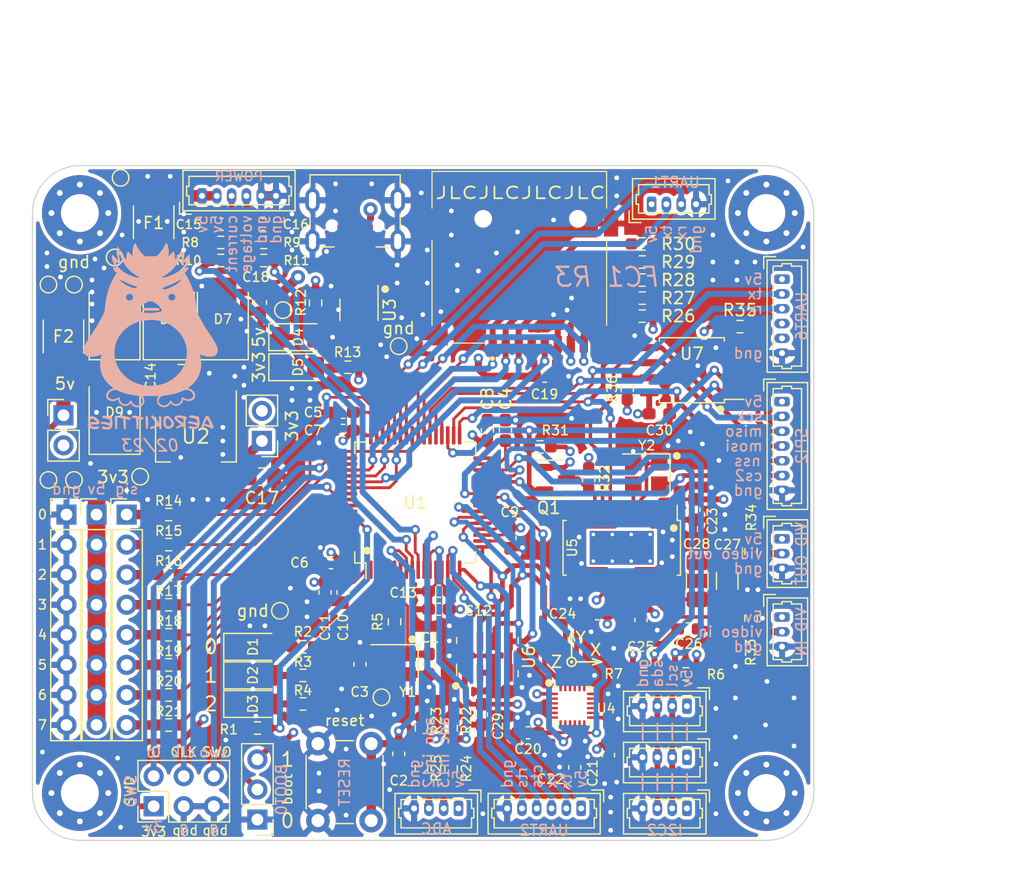
<source format=kicad_pcb>
(kicad_pcb (version 20211014) (generator pcbnew)
  (layers (0 "F.Cu" signal) (1 "In1.Cu" power) (2 "In2.Cu" power) (31 "B.Cu" signal) (34 "B.Paste" user) (35 "F.Paste" user) (36 "B.SilkS" user "B.Silkscreen") (37 "F.SilkS" user "F.Silkscreen") (38 "B.Mask" user) (39 "F.Mask" user) (44 "Edge.Cuts" user))
  (net 0 "")
  (net 1 "Net-(C3-Pad1)")
  (net 2 "GND")
  (net 3 "RESET_MCU")
  (net 4 "HSE_OUT_MCU")
  (net 5 "VCAP1_MCU")
  (net 6 "VCAP2_MCU")
  (net 7 "VDD_3V3")
  (net 8 "VDD_5V_LDO")
  (net 9 "Net-(C16-Pad1)")
  (net 10 "Net-(C17-Pad1)")
  (net 11 "Net-(C15-Pad1)")
  (net 12 "VDD_5V_VBUS")
  (net 13 "Net-(C22-Pad1)")
  (net 14 "VDD_5V_PERIPH")
  (net 15 "Net-(C28-Pad1)")
  (net 16 "VIDEO_IN")
  (net 17 "Net-(C26-Pad1)")
  (net 18 "Net-(C27-Pad1)")
  (net 19 "Net-(C27-Pad2)")
  (net 20 "Net-(D1-Pad2)")
  (net 21 "Net-(D2-Pad2)")
  (net 22 "Net-(D3-Pad2)")
  (net 23 "Net-(D4-Pad2)")
  (net 24 "Net-(D5-Pad2)")
  (net 25 "Net-(D6-Pad2)")
  (net 26 "VDD_5V_SERVO")
  (net 27 "VDD_5V_BRICK")
  (net 28 "Net-(F2-Pad2)")
  (net 29 "Net-(J1-Pad2)")
  (net 30 "/Connectors/usb_conn_d-")
  (net 31 "/Connectors/usb_conn_d+")
  (net 33 "Net-(J5-Pad1)")
  (net 34 "Net-(J5-Pad2)")
  (net 35 "Net-(J5-Pad3)")
  (net 36 "Net-(J5-Pad4)")
  (net 37 "Net-(J5-Pad5)")
  (net 38 "Net-(J5-Pad6)")
  (net 39 "Net-(J5-Pad7)")
  (net 40 "Net-(J5-Pad8)")
  (net 41 "VIDEO_OUT")
  (net 42 "SWCLK")
  (net 43 "SWDIO")
  (net 44 "SWO")
  (net 45 "SPI2_SCK")
  (net 46 "SPI2_MISO")
  (net 47 "SPI2_MOSI")
  (net 48 "SPI2_NSS")
  (net 49 "SPI2_CS2")
  (net 50 "Net-(J11-Pad2)")
  (net 51 "Net-(J11-Pad3)")
  (net 52 "UART2_TX")
  (net 53 "UART2_RX")
  (net 54 "UART2_CTS")
  (net 55 "UART2_RTS")
  (net 56 "I2C2_SCL")
  (net 57 "I2C2_SDA")
  (net 58 "UART6_TX")
  (net 59 "UART6_RX")
  (net 62 "SDIO_D2")
  (net 63 "SDIO_D3")
  (net 64 "SDIO_CMD")
  (net 65 "SDIO_CK")
  (net 66 "SDIO_D0")
  (net 67 "SDIO_D1")
  (net 68 "UART1_TX")
  (net 69 "UART1_RX")
  (net 70 "/Peripherals/MAX7456_MISO_5V")
  (net 71 "HSE_IN_MCU")
  (net 72 "BOOT0_MCU")
  (net 73 "MCU_LED_1")
  (net 74 "MCU_LED_2")
  (net 75 "MCU_LED_3")
  (net 76 "VOLTAGE_SENSOR_IN")
  (net 77 "CURRENT_SENSOR_IN")
  (net 78 "TIM4_CH4")
  (net 79 "TIM4_CH3")
  (net 80 "TIM4_CH2")
  (net 81 "TIM4_CH1")
  (net 82 "TIM1_CH1")
  (net 83 "TIM3_CH2")
  (net 84 "TIM3_CH1")
  (net 85 "TIM2_CH1")
  (net 86 "ADC1_IN13")
  (net 87 "ADC1_IN12")
  (net 88 "Net-(R35-Pad1)")
  (net 89 "Net-(R36-Pad1)")
  (net 90 "MPU9250_INT")
  (net 91 "SPI1_SCK")
  (net 92 "SPI1_MISO")
  (net 93 "SPI1_MOSI")
  (net 94 "SPI1_CS0")
  (net 95 "SPI1_CS1")
  (net 96 "SPI2_CS0")
  (net 97 "SPI2_CS1")
  (net 98 "USB_D-")
  (net 99 "USB_D+")
  (net 102 "Net-(U5-Pad5)")
  (net 103 "Net-(U5-Pad6)")
  (footprint "Resistor_SMD:R_0603_1608Metric_Pad0.98x0.95mm_HandSolder" (layer "F.Cu") (at 151.511 88.138 180)
    (fp_text reference "R29")
    (fp_text value "100k")
  )
  (footprint "Package_QFP:LQFP-64_10x10mm_P0.5mm" (layer "F.Cu") (at 132.334 108.458 90)
    (fp_text reference "U1")
    (fp_text value "STM32F405RGTx")
  )
  (footprint "Capacitor_SMD:C_0603_1608Metric_Pad1.08x0.95mm_HandSolder" (layer "F.Cu") (at 151.4065 118.3784 90)
    (fp_text reference "C25")
    (fp_text value "100n")
  )
  (footprint "Package_SO:HTSSOP-28-1EP_4.4x9.7mm_P0.65mm_EP2.85x5.4mm_ThermalVias" (layer "F.Cu") (at 149.7815 112.2824 -90)
    (fp_text reference "U5")
    (fp_text value "MAX7456")
  )
  (footprint "Package_SO:SOIC-8_5.275x5.275mm_P1.27mm" (layer "F.Cu") (at 155.702 97.282 180)
    (fp_text reference "U7")
    (fp_text value "W25Q32FVSSIG")
  )
  (footprint "Connector_PinHeader_2.54mm:PinHeader_1x08_P2.54mm_Vertical" (layer "F.Cu") (at 102.87 109.474)
    (fp_text reference "J8" hide)
    (fp_text value "SERVO_RAIL")
  )
  (footprint "user_lib:LGA-8_3x5mm_P1.25mm_handsolder" (layer "F.Cu") (at 138.43 121.5136 90)
    (fp_text reference "U6")
    (fp_text value "MS5611-01BA")
  )
  (footprint "Package_TO_SOT_SMD:SOT-223-3_TabPin2" (layer "F.Cu") (at 113.806 103.124 -90)
    (fp_text reference "U2")
    (fp_text value "LDL1117S33R")
  )
  (footprint "Resistor_SMD:R_0603_1608Metric_Pad0.98x0.95mm_HandSolder" (layer "F.Cu") (at 122.8455 120.65 180)
    (fp_text reference "R2")
    (fp_text value "1k")
  )
  (footprint "MountingHole:MountingHole_3.2mm_M3_Pad_Via" (layer "F.Cu") (at 104 133)
    (fp_text reference "H3" hide)
    (fp_text value "MountingHole" hide)
  )
  (footprint "Capacitor_SMD:C_0603_1608Metric_Pad1.08x0.95mm_HandSolder" (layer "F.Cu") (at 134.334 115.951 180)
    (fp_text reference "C13")
    (fp_text value "100n")
  )
  (footprint "Resistor_SMD:R_0603_1608Metric_Pad0.98x0.95mm_HandSolder" (layer "F.Cu") (at 135.362 130.937 -90)
    (fp_text reference "R24")
    (fp_text value "10k")
  )
  (footprint "Capacitor_SMD:C_0603_1608Metric_Pad1.08x0.95mm_HandSolder" (layer "F.Cu") (at 119.4805 84.963)
    (fp_text reference "C16")
    (fp_text value "100n")
  )
  (footprint "MountingHole:MountingHole_3.2mm_M3_Pad_Via" (layer "F.Cu") (at 162 84)
    (fp_text reference "H2" hide)
    (fp_text value "MountingHole" hide)
  )
  (footprint "Resistor_SMD:R_0603_1608Metric_Pad0.98x0.95mm_HandSolder" (layer "F.Cu") (at 122.8455 123.063 180)
    (fp_text reference "R3")
    (fp_text value "1k")
  )
  (footprint "TestPoint:TestPoint_Pad_D1.0mm" (layer "F.Cu") (at 107.442 81.026)
    (fp_text reference "TP7" hide)
    (fp_text value "TP_Power")
  )
  (footprint "Capacitor_SMD:C_0603_1608Metric_Pad1.08x0.95mm_HandSolder" (layer "F.Cu") (at 130.937 129.6925 -90)
    (fp_text reference "C2")
    (fp_text value "100n")
  )
  (footprint "Connector_Molex:Molex_PicoBlade_53047-0610_1x06_P1.25mm_Vertical" (layer "F.Cu") (at 146.351 134.297 180)
    (fp_text reference "J12" hide)
    (fp_text value "UART telem conn")
  )
  (footprint "Resistor_SMD:R_0603_1608Metric_Pad0.98x0.95mm_HandSolder" (layer "F.Cu") (at 111.506 109.474 180)
    (fp_text reference "R14")
    (fp_text value "22")
  )
  (footprint "Resistor_SMD:R_0603_1608Metric_Pad0.98x0.95mm_HandSolder" (layer "F.Cu") (at 132.862 130.9135 -90)
    (fp_text reference "R25")
    (fp_text value "10k")
  )
  (footprint "TestPoint:TestPoint_Pad_D1.0mm" (layer "F.Cu") (at 101.346 90.043)
    (fp_text reference "TP10" hide)
    (fp_text value "TP_Power")
  )
  (footprint "Connector_Molex:Molex_PicoBlade_53047-0410_1x04_P1.25mm_Vertical" (layer "F.Cu") (at 135.987 134.297 180)
    (fp_text reference "J11" hide)
    (fp_text value "ADC Connector")
  )
  (footprint "Resistor_SMD:R_0603_1608Metric_Pad0.98x0.95mm_HandSolder" (layer "F.Cu") (at 111.506 117.094 180)
    (fp_text reference "R17")
    (fp_text value "22")
  )
  (footprint "Resistor_SMD:R_0603_1608Metric_Pad0.98x0.95mm_HandSolder" (layer "F.Cu") (at 155.194 122.936)
    (fp_text reference "R6")
    (fp_text value "4k7")
  )
  (footprint "Capacitor_SMD:C_0603_1608Metric_Pad1.08x0.95mm_HandSolder" (layer "F.Cu") (at 124.714 116.0515 90)
    (fp_text reference "C11")
    (fp_text value "4u7")
  )
  (footprint "Capacitor_SMD:C_0603_1608Metric_Pad1.08x0.95mm_HandSolder" (layer "F.Cu") (at 134.334 117.475 180)
    (fp_text reference "C12")
    (fp_text value "1u")
  )
  (footprint "TestPoint:TestPoint_Pad_D1.0mm" (layer "F.Cu") (at 103.505 90.043)
    (fp_text reference "TP3" hide)
    (fp_text value "TP_Ground")
  )
  (footprint "Resistor_SMD:R_0603_1608Metric_Pad0.98x0.95mm_HandSolder" (layer "F.Cu") (at 111.506 127.254 180)
    (fp_text reference "R21")
    (fp_text value "22")
  )
  (footprint "Connector_PinHeader_2.54mm:PinHeader_1x02_P2.54mm_Vertical" (layer "F.Cu") (at 119.38 103.256 180)
    (fp_text reference "JP1" hide)
    (fp_text value "Jumper_power")
  )
  (footprint "Resistor_SMD:R_0603_1608Metric_Pad0.98x0.95mm_HandSolder" (layer "F.Cu") (at 142.875 103.759 180)
    (fp_text reference "R31")
    (fp_text value "10k")
  )
  (footprint "Capacitor_SMD:C_0603_1608Metric_Pad1.08x0.95mm_HandSolder" (layer "F.Cu") (at 155.8775 109.0489 90)
    (fp_text reference "C23")
    (fp_text value "100n")
  )
  (footprint "Resistor_SMD:R_0603_1608Metric_Pad0.98x0.95mm_HandSolder" (layer "F.Cu") (at 151.511 89.662 180)
    (fp_text reference "R28")
    (fp_text value "100k")
  )
  (footprint "Diode_SMD:D_SMB" (layer "F.Cu") (at 111.506 92.846 90)
    (fp_text reference "D6")
    (fp_text value "ss24")
  )
  (footprint "Capacitor_SMD:C_0603_1608Metric_Pad1.08x0.95mm_HandSolder" (layer "F.Cu") (at 115.9575 84.963 180)
    (fp_text reference "C15")
    (fp_text value "100n")
  )
  (footprint "Resistor_SMD:R_0603_1608Metric_Pad0.98x0.95mm_HandSolder" (layer "F.Cu") (at 130.584 118.5385 90)
    (fp_text reference "R5")
    (fp_text value "0")
  )
  (footprint "Package_TO_SOT_SMD:SOT-23-6_Handsoldering" (layer "F.Cu") (at 127.579 92.17 -90)
    (fp_text reference "U3")
    (fp_text value "USBLC6-2SC6")
  )
  (footprint "Resistor_SMD:R_0603_1608Metric_Pad0.98x0.95mm_HandSolder" (layer "F.Cu") (at 111.506 124.714 180)
    (fp_text reference "R20")
    (fp_text value "22")
  )
  (footprint "LED_SMD:LED_1206_3216Metric_Pad1.42x1.75mm_HandSolder" (layer "F.Cu") (at 118.618 123.063)
    (fp_text reference "D2")
    (fp_text value "LED_MCU")
  )
  (footprint "TestPoint:TestPoint_Pad_D1.0mm" (layer "F.Cu") (at 101.346 106.553)
    (fp_text reference "TP12" hide)
    (fp_text value "TP_Power")
  )
  (footprint "Capacitor_SMD:C_0603_1608Metric_Pad1.08x0.95mm_HandSolder" (layer "F.Cu") (at 126.238 100.838 180)
    (fp_text reference "C5")
    (fp_text value "2u2")
  )
  (footprint "TestPoint:TestPoint_Pad_D1.0mm" (layer "F.Cu") (at 106.934 87.757)
    (fp_text reference "TP8" hide)
    (fp_text value "TP_Power")
  )
  (footprint "Sensor_Motion:InvenSense_QFN-24_3x3mm_P0.4mm" (layer "F.Cu") (at 145.615 125.627)
    (fp_text reference "U4")
    (fp_text value "MPU-9250")
  )
  (footprint "TestPoint:TestPoint_Pad_D1.0mm" (layer "F.Cu") (at 130.937 95.25)
    (fp_text reference "TP6" hide)
    (fp_text value "TP_Ground")
  )
  (footprint "Capacitor_SMD:C_0603_1608Metric_Pad1.08x0.95mm_HandSolder" (layer "F.Cu") (at 152.9645 100.965 180)
    (fp_text reference "C30")
    (fp_text value "100n")
  )
  (footprint "LED_SMD:LED_1206_3216Metric_Pad1.42x1.75mm_HandSolder" (layer "F.Cu") (at 122.428 94.488)
    (fp_text reference "D4")
    (fp_text value "LED_PWR_5V")
  )
  (footprint "Resistor_SMD:R_0603_1608Metric_Pad0.98x0.95mm_HandSolder" (layer "F.Cu") (at 146.9875 106.4404 -90)
    (fp_text reference "R32")
    (fp_text value "10k")
  )
  (footprint "Capacitor_SMD:C_1206_3216Metric_Pad1.33x1.80mm_HandSolder" (layer "F.Cu") (at 158.6935 115.0764 90)
    (fp_text reference "C27")
    (fp_text value "47u")
  )
  (footprint "Connector_Molex:Molex_PicoBlade_53047-0710_1x07_P1.25mm_Vertical" (layer "F.Cu") (at 163.322 99.9305 -90)
    (fp_text reference "J10" hide)
    (fp_text value "SPI_CONNECTOR")
  )
  (footprint "Resistor_SMD:R_0603_1608Metric_Pad0.98x0.95mm_HandSolder" (layer "F.Cu") (at 159.766 93.599 180)
    (fp_text reference "R35")
    (fp_text value "10k")
  )
  (footprint "Capacitor_SMD:C_0603_1608Metric_Pad1.08x0.95mm_HandSolder" (layer "F.Cu") (at 140.335 111.458 90)
    (fp_text reference "C9")
    (fp_text value "100n")
  )
  (footprint "Crystal:Crystal_SMD_3225-4Pin_3.2x2.5mm" (layer "F.Cu") (at 151.8565 106.0009 180)
    (fp_text reference "Y2")
    (fp_text value "27MHz")
  )
  (footprint "Resistor_SMD:R_0603_1608Metric_Pad0.98x0.95mm_HandSolder" (layer "F.Cu") (at 151.638 122.936 180)
    (fp_text reference "R7")
    (fp_text value "4k7")
  )
  (footprint "Connector_PinHeader_2.54mm:PinHeader_1x02_P2.54mm_Vertical" (layer "F.Cu") (at 102.616 101.087)
    (fp_text reference "JP2" hide)
    (fp_text value "Jumper_power")
  )
  (footprint "Capacitor_SMD:C_0603_1608Metric_Pad1.08x0.95mm_HandSolder" (layer "F.Cu") (at 126.238 102.362)
    (fp_text reference "C7")
    (fp_text value "100n")
  )
  (footprint "user_lib:USB_MICRO NIUEWISX" (layer "F.Cu") (at 127.254 80.772)
    (fp_text reference "J3" hide)
    (fp_text value "USB_B_Micro")
  )
  (footprint "Crystal:Crystal_SMD_3225-4Pin_3.2x2.5mm" (layer "F.Cu") (at 130.584 122.118 180)
    (fp_text reference "Y1")
    (fp_text value "16MHz")
  )
  (footprint "Resistor_SMD:R_0603_1608Metric_Pad0.98x0.95mm_HandSolder" (layer "F.Cu") (at 122.8455 125.476 180)
    (fp_text reference "R4")
    (fp_text value "1k")
  )
  (footprint "Resistor_SMD:R_0603_1608Metric_Pad0.98x0.95mm_HandSolder" (layer "F.Cu") (at 151.511 91.186 180)
    (fp_text reference "R27")
    (fp_text value "100k")
  )
  (footprint "Resistor_SMD:R_0603_1608Metric_Pad0.98x0.95mm_HandSolder" (layer "F.Cu") (at 118.999 127.508)
    (fp_text reference "R1")
    (fp_text value "10k")
  )
  (footprint "Resistor_SMD:R_0603_1608Metric_Pad0.98x0.95mm_HandSolder" (layer "F.Cu") (at 111.506 122.174 180)
    (fp_text reference "R19")
    (fp_text value "22")
  )
  (footprint "Connector_Molex:Molex_PicoBlade_53047-0410_1x04_P1.25mm_Vertical" (layer "F.Cu") (at 155.291 134.297 180)
    (fp_text reference "J13" hide)
    (fp_text value "I2C Connector")
  )
  (footprint "Capacitor_SMD:C_1206_3216Metric_Pad1.33x1.80mm_HandSolder" (layer "F.Cu") (at 156.1535 115.0764 90)
    (fp_text reference "C28")
    (fp_text value "47u")
  )
  (footprint "Diode_SMD:D_SMB" (layer "F.Cu") (at 116.078 92.846 90)
    (fp_text reference "D7")
    (fp_text value "ss24")
  )
  (footprint "Resistor_SMD:R_0603_1608Metric_Pad0.98x0.95mm_HandSolder" (layer "F.Cu") (at 111.506 114.554 180)
    (fp_text reference "R16")
    (fp_text value "22")
  )
  (footprint "Capacitor_SMD:C_0603_1608Metric_Pad1.08x0.95mm_HandSolder" (layer "F.Cu") (at 126.238 116.0515 90)
    (fp_text reference "C10")
    (fp_text value "100n")
  )
  (footprint "Connector_PinHeader_2.54mm:PinHeader_2x03_P2.54mm_Vertical" (layer "F.Cu") (at 110.236 134.117 90)
    (fp_text reference "J9" hide)
    (fp_text value "SWD Connector")
  )
  (footprint "Connector_PinHeader_2.54mm:PinHeader_1x08_P2.54mm_Vertical" (layer "F.Cu") (at 107.95 109.474)
    (fp_text reference "J5" hide)
    (fp_text value "SERVO_RAIL")
  )
  (footprint "Capacitor_SMD:C_0603_1608Metric_Pad1.08x0.95mm_HandSolder" (layer "F.Cu") (at 147.701 117.856)
    (fp_text reference "C24")
    (fp_text value "100n")
  )
  (footprint "Capacitor_SMD:C_0603_1608Metric_Pad1.08x0.95mm_HandSolder" (layer "F.Cu") (at 127.663 122.118 90)
    (fp_text reference "C3")
    (fp_text value "8p")
  )
  (footprint "Capacitor_SMD:C_0603_1608Metric_Pad1.08x0.95mm_HandSolder" (layer "F.Cu") (at 138.43 102.362 -90)
    (fp_text reference "C8")
    (fp_text value "100n")
  )
  (footprint "Resistor_SMD:R_0603_1608Metric_Pad0.98x0.95mm_HandSolder" (layer "F.Cu") (at 151.511 86.614 180)
    (fp_text reference "R30")
    (fp_text value "100k")
  )
  (footprint "Resistor_SMD:R_0603_1608Metric_Pad0.98x0.95mm_HandSolder" (layer "F.Cu") (at 111.506 119.634 180)
    (fp_text reference "R18")
    (fp_text value "22")
  )
  (footprint "Connector_Molex:Molex_PicoBlade_53047-0310_1x03_P1.25mm_Vertical" (layer "F.Cu") (at 163.322 118.13 -90)
    (fp_text reference "J4" hide)
    (fp_text value "VIDEO_CONN")
  )
  (footprint "Resistor_SMD:R_0603_1608Metric_Pad0.98x0.95mm_HandSolder" (layer "F.Cu") (at 151.511 92.71 180)
    (fp_text reference "R26")
    (fp_text value "100k")
  )
  (footprint "Capacitor_SMD:C_0805_2012Metric_Pad1.18x1.45mm_HandSolder" (layer "F.Cu") (at 112.5435 97.536)
    (fp_text reference "C14")
    (fp_text value "1u")
  )
  (footprint "Connector_Molex:Molex_PicoBlade_53047-0610_1x06_P1.25mm_Vertical" (layer "F.Cu") (at 163.322 89.585 -90)
    (fp_text reference "J14" hide)
    (fp_text value "UART gps conn")
  )
  (footprint "Resistor_SMD:R_0603_1608Metric_Pad0.98x0.95mm_HandSolder" (layer "F.Cu") (at 115.9075 86.487 180)
    (fp_text reference "R8")
    (fp_text value "1M")
  )
  (footprint "Resistor_SMD:R_0603_1608Metric_Pad0.98x0.95mm_HandSolder" (layer "F.Cu") (at 115.9075 88.011 180)
    (fp_text reference "R10")
    (fp_text value "10k")
  )
  (footprint "Connector_Molex:Molex_PicoBlade_53047-0410_1x04_P1.25mm_Vertical" (layer "F.Cu") (at 155.291 129.979 180)
    (fp_text reference "J15" hide)
    (fp_text value "I2C Connector")
  )
  (footprint "LED_SMD:LED_1206_3216Metric_Pad1.42x1.75mm_HandSolder" (layer "F.Cu") (at 118.618 120.65)
    (fp_text reference "D1")
    (fp_text value "LED_MCU")
  )
  (footprint "TestPoint:TestPoint_Pad_D1.0mm" (layer "F.Cu") (at 109.093 106.274)
    (fp_text reference "TP2" hide)
    (fp_text value "TP_Power")
  )
  (footprint "Resistor_SMD:R_0603_1608Metric_Pad0.98x0.95mm_HandSolder" (layer "F.Cu") (at 126.6425 97.028)
    (fp_text reference "R13")
    (fp_text value "1k")
  )
  (footprint "Capacitor_SMD:C_0603_1608Metric_Pad1.08x0.95mm_HandSolder" (layer "F.Cu") (at 139.954 102.362 90)
    (fp_text reference "C4")
    (fp_text value "2u2")
  )
  (footprint "sd:TF15X15" (layer "F.Cu") (at 141.351 88.138 180)
    (fp_text reference "J16" hide)
    (fp_text value "Micro_SD_Card" hide)
  )
  (footprint "Connector_Molex:Molex_PicoBlade_53047-0410_1x04_P1.25mm_Vertical" (layer "F.Cu") (at 155.291 125.661 180)
    (fp_text reference "J17" hide)
    (fp_text value "I2C Connector")
  )
  (footprint "Capacitor_SMD:C_0603_1608Metric_Pad1.08x0.95mm_HandSolder" (layer "F.Cu") (at 145.815 130.834 -90)
    (fp_text reference "C22")
    (fp_text value "100n")
  )
  (footprint "Capacitor_SMD:C_0805_2012Metric_Pad1.18x1.45mm_HandSolder" (layer "F.Cu") (at 119.38 106.274)
    (fp_text reference "C17")
    (fp_text value "4u7")
  )
  (footprint "Diode_SMD:D_SMB" (layer "F.Cu") (at 106.934 100.838 90)
    (fp_text reference "D9")
    (fp_text value "ss24")
  )
  (footprint "LED_SMD:LED_1206_3216Metric_Pad1.42x1.75mm_HandSolder" (layer "F.Cu") (at 118.618 125.476)
    (fp_text reference "D3")
    (fp_text value "LED_MCU")
  )
  (footprint "Connector_PinHeader_2.54mm:PinHeader_1x08_P2.54mm_Vertical" (layer "F.Cu") (at 105.41 109.474)
    (fp_text reference "J6" hide)
    (fp_text value "SERVO_RAIL")
  )
  (footprint "Connector_Molex:Molex_PicoBlade_53047-0410_1x04_P1.25mm_Vertical" (layer "F.Cu") (at 152.303 83.254)
    (fp_text reference "J18" hide)
    (fp_text value "UART receiver conn")
  )
  (footprint "Connector_Molex:Molex_PicoBlade_53047-0610_1x06_P1.25mm_Vertical" (layer "F.Cu") (at 114.32 82.55)
    (fp_text reference "J2" hide)
    (fp_text value "Power brick")
  )
  (footprint "Capacitor_SMD:C_0603_1608Metric_Pad1.08x0.95mm_HandSolder" (layer "F.Cu") (at 125.222 113.538)
    (fp_text reference "C6")
    (fp_text value "100n")
  )
  (footprint "MountingHole:MountingHole_3.2mm_M3_Pad_Via" (layer "F.Cu") (at 104 84)
    (fp_text reference "H1" hide)
    (fp_text value "MountingHole" hide)
  )
  (footprint "MountingHole:MountingHole_3.2mm_M3_Pad_Via" (layer "F.Cu") (at 162 133)
    (fp_text reference "H4" hide)
    (fp_text value "MountingHole" hide)
  )
  (footprint "Resistor_SMD:R_0603_1608Metric_Pad0.98x0.95mm_HandSolder" (layer "F.Cu") (at 150.241 98.8295 -90)
    (fp_text reference "R36")
    (fp_text value "10k")
  )
  (footprint "Package_TO_SOT_SMD:SOT-23" (layer "F.Cu") (at 144.1935 106.4404)
    (fp_text reference "Q1")
    (fp_text value "BSS138")
  )
  (footprint "Capacitor_SMD:C_0603_1608Metric_Pad1.08x0.95mm_HandSolder" (layer "F.Cu") (at 143.276 97.79 180)
    (fp_text reference "C19")
    (fp_text value "100n")
  )
  (footprint "Capacitor_SMD:C_0603_1608Metric_Pad1.08x0.95mm_HandSolder" (layer "F.Cu") (at 155.3695 119.1404)
    (fp_text reference "C26")
    (fp_text value "100n")
  )
  (footprint "Resistor_SMD:R_0603_1608Metric_Pad0.98x0.95mm_HandSolder" (layer "F.Cu") (at 119.5305 88.011 180)
    (fp_text reference "R11")
    (fp_text value "10k")
  )
  (footprint "Resistor_SMD:R_0603_1608Metric_Pad0.98x0.95mm_HandSolder" (layer "F.Cu") (at 160.7035 112.6014 90)
    (fp_text reference "R34")
    (fp_text value "75")
  )
  (footprint "Capacitor_SMD:C_0603_1608Metric_Pad1.08x0.95mm_HandSolder" (layer "F.Cu") (at 119.253 91.5585 -90)
    (fp_text reference "C18")
    (fp_text value "100n")
  )
  (footprint "TestPoint:TestPoint_Pad_D1.0mm" (layer "F.Cu") (at 120.904 117.602)
    (fp_text reference "TP5" hide)
    (fp_text value "TP_Ground")
  )
  (footprint "Connector_Molex:Molex_PicoBlade_53047-0310_1x03_P1.25mm_Vertical" (layer "F.Cu") (at 163.322 111.526 -90)
    (fp_text reference "J7" hide)
    (fp_text value "VIDEO_CONN")
  )
  (footprint "Resistor_SMD:R_0603_1608Metric_Pad0.98x0.95mm_HandSolder" (layer "F.Cu") (at 132.862 127.508 -90)
    (fp_text reference "R23")
    (fp_text value "10k")
  )
  (footprint "Resistor_SMD:R_0603_1608Metric_Pad0.98x0.95mm_HandSolder" (layer "F.Cu") (at 160.7035 118.2279 -90)
    (fp_text reference "R33")
    (fp_text value "75")
  )
  (footprint "Resistor_SMD:R_0603_1608Metric_Pad0.98x0.95mm_HandSolder" (layer "F.Cu") (at 123.9155 91.5905 90)
    (fp_text reference "R12")
    (fp_text value "1k")
  )
  (footprint "Resistor_SMD:R_0603_1608Metric_Pad0.98x0.95mm_HandSolder" (layer "F.Cu") (at 135.362 127.508 -90)
    (fp_text reference "R22")
    (fp_text value "10k")
  )
  (footprint "Capacitor_SMD:C_0603_1608Metric_Pad1.08x0.95mm_HandSolder" (layer "F.Cu") (at 148.663 129.794 -90)
    (fp_text reference "C21")
    (fp_text value "100n")
  )
  (footprint "TestPoint:TestPoint_Pad_D1.0mm" (layer "F.Cu") (at 129.484 124.912)
    (fp_text reference "TP1" hide)
    (fp_text value "TP_Signal")
  )
  (footprint "Connector_PinHeader_2.54mm:PinHeader_1x03_P2.54mm_Vertical" (layer "F.Cu") (at 118.999 135.24 180)
    (fp_text reference "J1" hide)
    (fp_text value "BOOT0_JUMPER")
  )
  (footprint "Fuse:Fuse_1812_4532Metric_Pad1.30x3.40mm_HandSolder" (layer "F.Cu") (at 102.616 94.427 -90)
    (fp_text reference "F2")
    (fp_text value "MF-MSMF260")
  )
  (footprint "TestPoint:TestPoint_Pad_D1.0mm" (layer "F.Cu") (at 121.158 92.202)
    (fp_text reference "TP9" hide)
    (fp_text value "TP_Power")
  )
  (footprint "Capacitor_SMD:C_0603_1608Metric_Pad1.08x0.95mm_HandSolder" (layer "F.Cu") (at 141.859 127.913)
    (fp_text reference "C20")
    (fp_text value "10n")
  )
  (footprint "Capacitor_SMD:C_0603_1608Metric_Pad1.08x0.95mm_HandSolder" (layer "F.Cu") (at 137.922 126.365 90)
    (fp_text reference "C29")
    (fp_text value "100n")
  )
  (footprint "Fuse:Fuse_1812_4532Metric_Pad1.30x3.40mm_HandSolder" (layer "F.Cu") (at 110.236 84.775 -90)
    (fp_text reference "F1")
    (fp_text value "MF-MSMF260")
  )
  (footprint "LED_SMD:LED_1206_3216Metric_Pad1.42x1.75mm_HandSolder" (layer "F.Cu") (at 122.428 97.028)
    (fp_text reference "D5")
    (fp_text value "LED_PWR_5V")
  )
  (footprint "Resistor_SMD:R_0603_1608Metric_Pad0.98x0.95mm_HandSolder" (layer "F.Cu") (at 119.5305 86.487)
    (fp_text reference "R9")
    (fp_text value "1M")
  )
  (footprint "TestPoint:TestPoint_Pad_D1.0mm" (layer "F.Cu") (at 103.505 106.553)
    (fp_text reference "TP11" hide)
    (fp_text value "TP_Power")
  )
  (footprint "Resistor_SMD:R_0603_1608Metric_Pad0.98x0.95mm_HandSolder" (layer "F.Cu") (at 111.506 112.014 180)
    (fp_text reference "R15")
    (fp_text value "22")
  )
  (footprint "Button_Switch_THT:SW_PUSH_6mm_H5mm" (layer "F.Cu") (at 124.115 135.33 90)
    (fp_text reference "SW1" hide)
    (fp_text value "NRST_SWITCH")
  )
  (footprint "Diode_SMD:D_SMB" (layer "F.Cu") (at 106.934 92.846 90)
    (fp_text reference "D8")
    (fp_text value "1SMB5919B")
  )
  (footprint "Capacitor_SMD:C_0603_1608Metric_Pad1.08x0.95mm_HandSolder" (layer "F.Cu") (at 133.505 122.118 -90)
    (fp_text reference "C1")
    (fp_text value "8p")
  )
  (footprint "Logos:penguin_full_16" (layer "B.Cu") (at 110.394881 94.241664 180)
    (fp_text reference "G***" hide)
    (fp_text value "LOGO" hide)
  )
  (footprint "Logos:name_11_2.0" (layer "B.Cu") (at 109.961043 101.607664 180)
    (fp_text reference "G***" hide)
    (fp_text value "LOGO" hide)
  )
  (gr_line (start 151.541 131.3815) (end 151.541 132.7785) (layer "B.SilkS") (width 0.15))
  (gr_line (start 152.791 131.3815) (end 152.791 132.7785) (layer "B.SilkS") (width 0.15))
  (gr_line (start 155.301 127.127) (end 155.301 128.524) (layer "B.SilkS") (width 0.15))
  (gr_line (start 154.051 127.127) (end 154.051 128.524) (layer "B.SilkS") (width 0.15))
  (gr_line (start 151.551 127.127) (end 151.551 128.524) (layer "B.SilkS") (width 0.15))
  (gr_line (start 155.291 131.3815) (end 155.291 132.7785) (layer "B.SilkS") (width 0.15))
  (gr_line (start 154.041 131.3815) (end 154.041 132.7785) (layer "B.SilkS") (width 0.15))
  (gr_line (start 152.801 127.127) (end 152.801 128.524) (layer "B.SilkS") (width 0.15))
  (gr_circle (center 135.763 123.952) (end 136.017 123.952) (layer "F.SilkS") (width 0.15) (fill solid))
  (gr_circle (center 158.115 100.584) (end 158.369 100.584) (layer "F.SilkS") (width 0.15) (fill solid))
  (gr_circle (center 129.794 90.424) (end 130.048 90.424) (layer "F.SilkS") (width 0.15) (fill solid))
  (gr_line (start 145.542 119.38) (end 145.288 120.142) (layer "F.SilkS") (width 0.15))
  (gr_line (start 145.542 119.38) (end 145.542 121.539) (layer "F.SilkS") (width 0.15))
  (gr_circle (center 132.08 120.015) (end 132.334 120.015) (layer "F.SilkS") (width 0.15) (fill solid))
  (gr_circle (center 143.637 123.698) (end 143.891 123.698) (layer "F.SilkS") (width 0.15) (fill solid))
  (gr_circle (center 154.178 110.617) (end 154.432 110.617) (layer "F.SilkS") (width 0.15) (fill solid))
  (gr_line (start 145.923 121.92) (end 148.082 121.92) (layer "F.SilkS") (width 0.15))
  (gr_circle (center 145.542 121.92) (end 145.542 121.92) (layer "F.SilkS") (width 0.15) (fill none))
  (gr_line (start 145.542 119.38) (end 145.796 120.142) (layer "F.SilkS") (width 0.15))
  (gr_line (start 148.082 121.92) (end 147.32 121.666) (layer "F.SilkS") (width 0.15))
  (gr_circle (center 154.432 104.521) (end 154.686 104.521) (layer "F.SilkS") (width 0.15) (fill solid))
  (gr_circle (center 128.27 112.522) (end 128.524 112.522) (layer "F.SilkS") (width 0.15) (fill solid))
  (gr_circle (center 145.542 121.92) (end 145.542 121.539) (layer "F.SilkS") (width 0.15) (fill none))
  (gr_line (start 148.082 121.92) (end 147.32 122.174) (layer "F.SilkS") (width 0.15))
  (gr_arc locked (start 162 80) (mid 164.828427 81.171573) (end 166 84) (layer "Edge.Cuts") (width 0.1))
  (gr_line locked (start 104 80) (end 162 80) (layer "Edge.Cuts") (width 0.1))
  (gr_line locked (start 166 84) (end 166 133) (layer "Edge.Cuts") (width 0.1))
  (gr_line locked (start 162 137) (end 104 137) (layer "Edge.Cuts") (width 0.1))
  (gr_arc locked (start 104 137) (mid 101.171573 135.828427) (end 100 133) (layer "Edge.Cuts") (width 0.1))
  (gr_arc locked (start 166 133) (mid 164.828427 135.828427) (end 162 137) (layer "Edge.Cuts") (width 0.1))
  (gr_line locked (start 100 133) (end 100 84) (layer "Edge.Cuts") (width 0.1))
  (gr_arc locked (start 100 84) (mid 101.171573 81.171573) (end 104 80) (layer "Edge.Cuts") (width 0.1))
  (gr_text "cts" (at 142.601 131.590285 90) (layer "B.SilkS") (effects (font (size 0.9 0.9) (thickness 0.14)) (justify mirror)))
  (gr_text "RESET" (at 126.365 132.08 90) (layer "B.SilkS") (effects (font (size 0.9 0.9) (thickness 0.14)) (justify mirror)))
  (gr_text "BOOT0" (at 121.031 132.715001 90) (layer "B.SilkS") (effects (font (size 0.9 0.9) (thickness 0.14)) (justify mirror)))
  (gr_text "FC1 R3" (at 148.59 89.408) (layer "B.SilkS") (effects (font (size 1.6 1.6) (thickness 0.2) italic) (justify mirror)))
  (gr_text "cs2" (at 160.501857 106.1805) (layer "B.SilkS") (effects (font (size 0.9 0.9) (thickness 0.14)) (justify mirror)))
  (gr_text "5v" (at 160.909 111.526) (layer "B.SilkS") (effects (font (size 0.9 0.9) (thickness 0.14)) (justify mirror)))
  (gr_text "clk" (at 112.776 129.54) (layer "B.SilkS") (effects (font (size 0.9 0.9) (thickness 0.14)) (justify mirror)))
  (gr_text "swo" (at 115.316 129.54) (layer "B.SilkS") (effects (font (size 0.9 0.9) (thickness 0.14)) (justify mirror)))
  (gr_text "5v" (at 114.32 84.942572 90) (layer "B.SilkS") (effects (font (size 0.9 0.9) (thickness 0.14)) (justify mirror)))
  (gr_text "POWER" (at 117.445 80.899) (layer "B.SilkS") (effects (font (size 0.8 0.8) (thickness 0.13)) (justify mirror)))
  (gr_text "gnd" (at 132.237 131.376 90) (layer "B.SilkS") (effects (font (size 0.9 0.9) (thickness 0.14)) (justify mirror)))
  (gr_text "gnd" (at 160.459 107.4305) (layer "B.SilkS") (effects (font (size 0.9 0.9) (thickness 0.14)) (justify mirror)))
  (gr_text "g" (at 115.316 135.89) (layer "B.SilkS") (effects (font (size 0.9 0.9) (thickness 0.14)) (justify mirror)))
  (gr_text "miso" (at 160.094714 102.4305) (layer "B.SilkS") (effects (font (size 0.9 0.9) (thickness 0.14)) (justify mirror)))
  (gr_text "UART1" (at 154.305 81.407) (layer "B.SilkS") (effects (font (size 0.9 0.9) (thickness 0.14)) (justify mirror)))
  (gr_text "tx" (at 145.101 131.976 90) (layer "B.SilkS") (effects (font (size 0.9 0.9) (thickness 0.14)) (justify mirror)))
  (gr_text "sda" (at 152.791 122.909857 90) (layer "B.SilkS") (effects (font (size 0.9 0.9) (thickness 0.14)) (justify mirror)))
  (gr_text "5v" (at 135.987 131.826 90) (layer "B.SilkS") (effects (font (size 0.9 0.9) (thickness 0.14)) (justify mirror)))
  (gr_text "UART2" (at 143.226 136.144) (layer "B.SilkS") (effects (font (size 0.9 0.9) (thickness 0.14)) (justify mirror)))
  (gr_text "VID IN" (at 164.973 119.380001 90) (layer "B.SilkS") (effects (font (size 0.9 0.9) (thickness 0.14)) (justify mirror)))
  (gr_text "rx" (at 161.059 92.085) (layer "B.SilkS") (effects (font (size 0.9 0.9) (thickness 0.14)) (justify mirror)))
  (gr_text "ADC" (at 134.112 136.017) (layer "B.SilkS") (effects (font (size 0.9 0.9) (thickness 0.14)) (justify mirror)))
  (gr_text "gnd" (at 160.459 120.63) (layer "B.SilkS") (effects (font (size 0.9 0.9) (thickness 0.14)) (justify mirror)))
  (gr_text "video in" (at 158.959 119.38) (layer "B.SilkS") (effects (font (size 0.9 0.9) (thickness 0.14)) (justify mirror)))
  (gr_text "sck" (at 160.566143 101.1805) (layer "B.SilkS") (effects (font (size 0.9 0.9) (thickness 0.14)) (justify mirror)))
  (gr_text "gnd" (at 102.87 107.315) (layer "B.SilkS") (effects (font (size 0.9 0.9) (thickness 0.14)) (justify mirror)))
  (gr_text "rx" (at 143.851 131.954571 90) (layer "B.SilkS") (effects (font (size 0.9 0.9) (thickness 0.14)) (justify mirror)))
  (gr_text "tx" (at 153.553 85.633 90) (layer "B.SilkS") (effects (font (size 0.9 0.9) (thickness 0.14)) (justify mirror)))
  (gr_text "gnd" (at 119.32 85.392572 90) (layer "B.SilkS") (effects (font (size 0.9 0.9) (thickness 0.14)) (justify mirror)))
  (gr_text "current" (at 116.82 86.571143 90) (layer "B.SilkS") (effects (font (size 0.9 0.9) (thickness 0.14)) (justify mirror)))
  (gr_text "scl" (at 154.041 123.102714 90) (layer "B.SilkS") (effects (font (size 0.9 0.9) (thickness 0.14)) (justify mirror)))
  (gr_text "5v" (at 160.909 99.9305) (layer "B.SilkS") (effects (font (size 0.9 0.9) (thickness 0.14)) (justify mirror)))
  (gr_text "I2C2" (at 153.416 136.144) (layer "B.SilkS") (effects (font (size 0.9 0.9) (thickness 0.14)) (justify mirror)))
  (gr_text "tx" (at 161.037572 90.835) (layer "B.SilkS") (effects (font (size 0.9 0.9) (thickness 0.14)) (justify mirror)))
  (gr_text "gnd" (at 156.053 86.233 90) (layer "B.SilkS") (effects (font (size 0.9 0.9) (thickness 0.14)) (justify mirror)))
  (gr_text "nss" (at 160.401 104.9305) (layer "B.SilkS") (effects (font (size 0.9 0.9) (thickness 0.14)) (justify mirror)))
  (gr_text "adc in13" (at 134.737 129.576 90) (layer "B.SilkS") (effects (font (size 0.9 0.9) (thickness 0.14)) (justify mirror)))
  (gr_text "gnd" (at 160.459 114.026) (layer "B.SilkS") (effects (font (size 0.9 0.9) (thickness 0.14)) (justify mirror)))
  (gr_text "VID OUT" (at 164.973 112.776001 90) (layer "B.SilkS") (effects (font (size 0.9 0.9) (thickness 0.14)) (justify mirror)))
  (gr_text "sig" (at 107.95 107.315) (layer "B.SilkS") (effects (font (size 0.9 0.9) (thickness 0.14)) (justify mirror)))
  (gr_text "voltage" (at 118.07 86.614 90) (layer "B.SilkS") (effects (font (size 0.9 0.9) (thickness 0.14)) (justify mirror)))
  (gr_text "02/23" (at 109.982 103.639664) (layer "B.SilkS") (effects (font (size 1 1) (thickness 0.15) italic) (justify mirror)))
  (gr_text "adc in12" (at 133.487 129.576 90) (layer "B.SilkS") (effects (font (size 0.9 0.9) (thickness 0.14)) (justify mirror)))
  (gr_text "5v" (at 105.41 107.315) (layer "B.SilkS") (effects (font (size 0.9 0.9) (thickness 0.14)) (justify mirror)))
  (gr_text "gnd" (at 140.101 131.376 90) (layer "B.SilkS") (effects (font (size 0.9 0.9) (thickness 0.14)) (justify mirror)))
  (gr_text "5v" (at 152.303 85.783 90) (layer "B.SilkS") (effects (font (size 0.9 0.9) (thickness 0.14)) (justify mirror)))
  (gr_text "rx" (at 154.803 85.654428 90) (layer "B.SilkS") (effects (font (size 0.9 0.9) (thickness 0.14)) (justify mirror)))
  (gr_text "5v" (at 115.57 84.942572 90) (layer "B.SilkS") (effects (font (size 0.9 0.9) (thickness 0.14)) (justify mirror)))
  (gr_text "g" (at 112.776 135.89) (layer "B.SilkS") (effects (font (size 0.9 0.9) (thickness 0.14)) (justify mirror)))
  (gr_text "5v" (at 160.909 118.13) (layer "B.SilkS") (effects (font (size 0.9 0.9) (thickness 0.14)) (justify mirror)))
  (gr_text "SPI2" (at 164.973 103.680501 90) (layer "B.SilkS") (effects (font (size 0.9 0.9) (thickness 0.14)) (justify mirror)))
  (gr_text "rts" (at 141.351 131.697428 90) (layer "B.SilkS") (effects (font (size 0.9 0.9) (thickness 0.14)) (justify mirror)))
  (gr_text "io" (at 110.236 129.54) (layer "B.SilkS") (effects (font (size 0.9 0.9) (thickness 0.14)) (justify mirror)))
  (gr_text "UART6" (at 164.973 92.710001 90) (layer "B.SilkS") (effects (font (size 0.9 0.9) (thickness 0.14)) (justify mirror)))
  (gr_text "gnd" (at 160.459 95.835) (layer "B.SilkS") (effects (font (size 0.9 0.9) (thickness 0.14)) (justify mirror)))
  (gr_text "5v" (at 155.291 123.317 90) (layer "B.SilkS") (effects (font (size 0.9 0.9) (thickness 0.14)) (justify mirror)))
  (gr_text "5v" (at 146.351 131.826 90) (layer "B.SilkS") (effects (font (size 0.9 0.9) (thickness 0.14)) (justify mirror)))
  (gr_text "video out" (at 158.509 112.776) (layer "B.SilkS") (effects (font (size 0.9 0.9) (thickness 0.14)) (justify mirror)))
  (gr_text "SWD" (at 108.331 132.842 90) (layer "B.SilkS") (effects (font (size 0.9 0.9) (thickness 0.14)) (justify mirror)))
  (gr_text "mosi" (at 160.094714 103.6805) (layer "B.SilkS") (effects (font (size 0.9 0.9) (thickness 0.14)) (justify mirror)))
  (gr_text "3v" (at 110.236 135.89) (layer "B.SilkS") (effects (font (size 0.9 0.9) (thickness 0.14)) (justify mirror)))
  (gr_text "gnd" (at 151.541 122.867 90) (layer "B.SilkS") (effects (font (size 0.9 0.9) (thickness 0.14)) (justify mirror)))
  (gr_text "5v" (at 160.909 89.585) (layer "B.SilkS") (effects (font (size 0.9 0.9) (thickness 0.14)) (justify mirror)))
  (gr_text "gnd" (at 120.57 85.392572 90) (layer "B.SilkS") (effects (font (size 0.9 0.9) (thickness 0.14)) (justify mirror)))
  (gr_text "3v3" (at 110.236 136.271) (layer "F.SilkS") (effects (font (size 0.8 0.8) (thickness 0.13))))
  (gr_text "CLK" (at 112.776 129.54) (layer "F.SilkS") (effects (font (size 0.8 0.8) (thickness 0.13))))
  (gr_text "Z" (at 144.272 121.92) (layer "F.SilkS") (effects (font (size 1 1))))
  (gr_text "gnd" (at 118.618 117.602) (layer "F.SilkS") (effects (font (size 1 1))))
  (gr_text "7" (at 100.838 127.254) (layer "F.SilkS") (effects (font (size 0.8 0.8) (thickness 0.13))))
  (gr_text "2" (at 100.838 114.554) (layer "F.SilkS") (effects (font (size 0.8 0.8) (thickness 0.13))))
  (gr_text "SWD" (at 108.204 132.842 90) (layer "F.SilkS") (effects (font (size 0.8 0.8) (thickness 0.13))))
  (gr_text "2" (at 115.062 125.476) (layer "F.SilkS") (effects (font (size 1.2 1.2) (thickness 0.16))))
  (gr_text "gnd" (at 130.937 93.726) (layer "F.SilkS") (effects (font (size 1 1))))
  (gr_text "gnd" (at 115.443 136.144) (layer "F.SilkS") (effects (font (size 0.8 0.8) (thickness 0.13))))
  (gr_text "JLCJLCJLCJLC" (at 141.224 82.296) (layer "F.SilkS") (effects (font (size 1 1.4))))
  (gr_text "1" (at 115.062 123.063) (layer "F.SilkS") (effects (font (size 1.2 1.2) (thickness 0.16))))
  (gr_text "reset" (at 126.365 126.873) (layer "F.SilkS") (effects (font (size 0.9 0.9) (thickness 0.14))))
  (gr_text "1" (at 100.838 112.014) (layer "F.SilkS") (effects (font (size 0.8 0.8) (thickness 0.13))))
  (gr_text "3v3" (at 121.92 101.981001 90) (layer "F.SilkS") (effects (font (size 1 1))))
  (gr_text "1" (at 121.539 130.16) (layer "F.SilkS") (effects (font (size 1.2 1.2) (thickness 0.16))))
  (gr_text "5v" (at 119.126 94.488 90) (layer "F.SilkS") (effects (font (size 1 1))))
  (gr_text "IO" (at 110.236 129.54) (layer "F.SilkS") (effects (font (size 0.8 0.8) (thickness 0.13))))
  (gr_text "gnd" (at 112.903 136.144) (layer "F.SilkS") (effects (font (size 0.8 0.8) (thickness 0.13))))
  (gr_text "0" (at 100.838 109.474) (layer "F.SilkS") (effects (font (size 0.8 0.8) (thickness 0.13))))
  (gr_text "5v" (at 102.743 98.425) (layer "F.SilkS") (effects (font (size 1 1))))
  (gr_text "5" (at 100.838 122.174) (layer "F.SilkS") (effects (font (size 0.8 0.8) (thickness 0.13))))
  (gr_text "X" (at 147.574 120.904) (layer "F.SilkS") (effects (font (size 1 1))))
  (gr_text "boot" (at 121.539 132.700001 90) (layer "F.SilkS") (effects (font (size 0.8 0.8) (thickness 0.13))))
  (gr_text "3v3" (at 119.126 97.028 90) (layer "F.SilkS") (effects (font (size 1 1))))
  (gr_text "gnd" (at 103.505 88.138) (layer "F.SilkS") (effects (font (size 1 1))))
  (gr_text "0" (at 121.539001 135.24 180) (layer "F.SilkS") (effects (font (size 1.2 1.2) (thickness 0.16))))
  (gr_text "0" (at 115.062 120.65) (layer "F.SilkS") (effects (font (size 1.2 1.2) (thickness 0.16))))
  (gr_text "SWO" (at 115.57 129.54) (layer "F.SilkS") (effects (font (size 0.8 0.8) (thickness 0.13))))
  (gr_text "3" (at 100.838 117.094) (layer "F.SilkS") (effects (font (size 0.8 0.8) (thickness 0.13))))
  (gr_text "4" (at 100.838 119.634) (layer "F.SilkS") (effects (font (size 0.8 0.8) (thickness 0.13))))
  (gr_text "Y" (at 146.304 119.888) (layer "F.SilkS") (effects (font (size 1 1))))
  (gr_text "3v3" (at 106.807 106.299) (layer "F.SilkS") (effects (font (size 1 1))))
  (gr_text "6" (at 100.838 124.714) (layer "F.SilkS") (effects (font (size 0.8 0.8) (thickness 0.13))))
  (segment (start 129.484 122.968) (end 127.6755 122.968) (width 0.6) (layer "F.Cu") (net 1))
  (segment (start 130.584 122.753) (end 130.584 119.451) (width 0.3) (layer "F.Cu") (net 1))
  (segment (start 127.6755 122.968) (end 127.663 122.9805) (width 0.6) (layer "F.Cu") (net 1))
  (segment (start 130.369 122.968) (end 130.584 122.753) (width 0.3) (layer "F.Cu") (net 1))
  (segment (start 129.484 122.968) (end 130.369 122.968) (width 0.3) (layer "F.Cu") (net 1))
  (segment (start 129.484 124.912) (end 129.484 122.968) (width 0.6) (layer "F.Cu") (net 1))
  (segment (start 154.0949 106.8509) (end 154.432 107.188) (width 0.3) (layer "F.Cu") (net 2))
  (segment (start 138.009 111.708) (end 139.7225 111.708) (width 0.24) (layer "F.Cu") (net 2))
  (segment (start 125.954 84.171) (end 125.603 83.82) (width 0.24) (layer "F.Cu") (net 2))
  (segment (start 152.0565 110.236) (end 152.3279 110.5074) (width 0.3) (layer "F.Cu") (net 2))
  (segment (start 138.4289 101.4984) (end 138.43 101.4995) (width 0.6) (layer "F.Cu") (net 2))
  (segment (start 148.8065 114.3774) (end 148.8065 115.1449) (width 0.3) (layer "F.Cu") (net 2))
  (segment (start 125.857 87.249) (end 124.841 87.249) (width 0.24) (layer "F.Cu") (net 2))
  (segment (start 134.084 114.133) (end 134.084 115.3385) (width 0.24) (layer "F.Cu") (net 2))
  (segment (start 126.238 116.914) (end 124.714 116.914) (width 0.6) (layer "F.Cu") (net 2))
  (segment (start 152.0565 109.4199) (end 152.0565 110.236) (width 0.3) (layer "F.Cu") (net 2))
  (segment (start 146.215 123.698) (end 146.469 123.444) (width 0.2) (layer "F.Cu") (net 2))
  (segment (start 129.484 121.268) (end 127.6755 121.268) (width 0.6) (layer "F.Cu") (net 2))
  (segment (start 144.376 95.088) (end 144.376 96.289) (width 0.5) (layer "F.Cu") (net 2))
  (segment (start 127.579 91.772893) (end 127.181894 92.17) (width 0.3) (layer "F.Cu") (net 2))
  (segment (start 120.443 85.063) (end 120.343 84.963) (width 0.6) (layer "F.Cu") (net 2))
  (segment (start 113.581 97.536) (end 114.935 97.536) (width 0.6) (layer "F.Cu") (net 2))
  (segment (start 146.3813 113.6032) (end 146.8355 114.0574) (width 0.3) (layer "F.Cu") (net 2))
  (segment (start 138.43 101.4995) (end 139.954 101.4995) (width 0.6) (layer "F.Cu") (net 2))
  (segment (start 146.215 127.127) (end 146.215 128.132) (width 0.2) (layer "F.Cu") (net 2))
  (segment (start 127.663 121.2555) (end 127.663 120.269) (width 0.5) (layer "F.Cu") (net 2))
  (segment (start 120.57 83.646) (end 120.57 82.55) (width 0.5) (layer "F.Cu") (net 2))
  (segment (start 153.1631 113.5524) (end 152.6581 114.0574) (width 0.3) (layer "F.Cu") (net 2))
  (segment (start 124.864421 111.708) (end 126.659 111.708) (width 0.24) (layer "F.Cu") (net 2))
  (segment (start 125.3755 100.838) (end 125.3755 102.362) (width 0.6) (layer "F.Cu") (net 2))
  (segment (start 159.302 95.377) (end 157.734 95.377) (width 0.5) (layer "F.Cu") (net 2))
  (segment (start 144.376 96.289) (end 144.1385 96.5265) (width 0.5) (layer "F.Cu") (net 2))
  (segment (start 120.343 84.963) (end 120.343 83.873) (width 0.5) (layer "F.Cu") (net 2))
  (segment (start 127.181894 92.17) (end 125.857 92.17) (width 0.3) (layer "F.Cu") (net 2))
  (segment (start 150.7565 114.308) (end 150.7565 115.1449) (width 0.3) (layer "F.Cu") (net 2))
  (segment (start 146.85 123.063) (end 147.4865 123.063) (width 0.3) (layer "F.Cu") (net 2))
  (segment (start 134.084 115.3385) (end 133.4715 115.951) (width 0.24) (layer "F.Cu") (net 2))
  (segment (start 120.343 83.873) (end 120.57 83.646) (width 0.5) (layer "F.Cu") (net 2))
  (segment (start 133.505 122.9805) (end 133.505 124.051) (width 0.5) (layer "F.Cu") (net 2))
  (segment (start 152.8359 110.5074) (end 153.2647 110.9362) (width 0.3) (layer "F.Cu") (net 2))
  (segment (start 146.215 128.132) (end 146.6945 128.6115) (width 0.2) (layer "F.Cu") (net 2))
  (segment (start 154.432 107.188) (end 157.353 107.188) (width 0.3) (layer "F.Cu") (net 2))
  (segment (start 139.954 101.4995) (end 140.8165 101.4995) (width 0.6) (layer "F.Cu") (net 2))
  (segment (start 125.954 85.822) (end 125.954 84.171) (width 0.24) (layer "F.Cu") (net 2))
  (segment (start 152.6581 114.0574) (end 151.0071 114.0574) (width 0.3) (layer "F.Cu") (net 2))
  (segment (start 127.6755 121.268) (end 127.663 121.2555) (width 0.6) (layer "F.Cu") (net 2))
  (segment (start 131.684 122.968) (end 133.4925 122.968) (width 0.6) (layer "F.Cu") (net 2))
  (segment (start 151.0071 114.0574) (end 150.7565 114.308) (width 0.3) (layer "F.Cu") (net 2))
  (segment (start 127.579 90.82) (end 127.579 91.772893) (width 0.3) (layer "F.Cu") (net 2))
  (segment (start 151.4065 119.2409) (end 152.781 119.2409) (width 0.5) (layer "F.Cu") (net 2))
  (segment (start 133.4925 122.968) (end 133.505 122.9805) (width 0.6) (layer "F.Cu") (net 2))
  (segment (start 144.1385 96.5265) (end 144.1385 97.79) (width 0.5) (layer "F.Cu") (net 2))
  (segment (start 120.443 86.487) (end 120.443 85.063) (width 0.6) (layer "F.Cu") (net 2))
  (segment (start 147.699 124.627) (end 148.628 124.627) (width 0.3) (layer "F.Cu") (net 2))
  (segment (start 115.139 85.063) (end 115.239 84.963) (width 0.6) (layer "F.Cu") (net 2))
  (segment (start 148.4865 114.0574) (end 148.8065 114.3774) (width 0.3) (layer "F.Cu") (net 2))
  (segment (start 147.115 124.627) (end 147.699 124.627) (width 0.2) (layer "F.Cu") (net 2))
  (segment (start 124.313404 112.259017) (end 124.864421 111.708) (width 0.24) (layer "F.Cu") (net 2))
  (segment (start 146.215 124.127) (end 146.215 123.698) (width 0.2) (layer "F.Cu") (net 2))
  (segment (start 146.8355 114.0574) (end 148.4865 114.0574) (width 0.3) (layer "F.Cu") (net 2))
  (segment (start 152.9565 106.8509) (end 154.0949 106.8509) (width 0.3) (layer "F.Cu") (net 2))
  (segment (start 125.954 85.822) (end 125.954 87.152) (width 0.24) (layer "F.Cu") (net 2))
  (segment (start 133.4715 115.951) (end 133.4715 117.475) (width 0.6) (layer "F.Cu") (net 2))
  (segment (start 152.3279 110.5074) (end 152.8359 110.5074) (width 0.3) (layer "F.Cu") (net 2))
  (segment (start 139.7225 111.708) (end 140.335 112.3205) (width 0.24) (layer "F.Cu") (net 2))
  (segment (start 125.954 87.152) (end 125.857 87.249) (width 0.24) (layer "F.Cu") (net 2))
  (segment (start 146.469 123.444) (end 146.85 123.063) (width 0.3) (layer "F.Cu") (net 2))
  (segment (start 144.1385 97.79) (end 145.288 97.79) (width 0.5) (layer "F.Cu") (net 2))
  (segment (start 119.32 82.55) (end 120.57 82.55) (width 0.8) (layer "F.Cu") (net 2))
  (via (at 141.986 123.063) (size 0.8) (drill 0.4) (layers "F.Cu" "B.Cu") (net 2))
  (via (at 130.81 88.392) (size 0.8) (drill 0.4) (layers "F.Cu" "B.Cu") (net 2))
  (via (at 139.192 87.376) (size 0.8) (drill 0.4) (layers "F.Cu" "B.Cu") (net 2))
  (via (at 159.385 124.968) (size 0.8) (drill 0.4) (layers "F.Cu" "B.Cu") (net 2))
  (via (at 112.776 87.122) (size 0.8) (drill 0.4) (layers "F.Cu" "B.Cu") (net 2))
  (via (at 117.602 92.964) (size 0.8) (drill 0.4) (layers "F.Cu" "B.Cu") (net 2))
  (via (at 107.188 130.048) (size 0.8) (drill 0.4) (layers "F.Cu" "B.Cu") (net 2))
  (via (at 105.283 87.884) (size 0.8) (drill 0.4) (layers "F.Cu" "B.Cu") (net 2))
  (via (at 140.97 126.619) (size 0.8) (drill 0.4) (layers "F.Cu" "B.Cu") (net 2))
  (via (at 150.114 130.683) (size 0.8) (drill 0.4) (layers "F.Cu" "B.Cu") (net 2))
  (via (at 124.206 103.4205) (size 0.8) (drill 0.4) (layers "F.Cu" "B.Cu") (net 2))
  (via (at 144.018 92.583) (size 0.8) (drill 0.4) (layers "F.Cu" "B.Cu") (net 2))
  (via (at 119.634 118.872) (size 0.8) (drill 0.4) (layers "F.Cu" "B.Cu") (net 2))
  (via (at 138.049 134.747) (size 0.8) (drill 0.4) (layers "F.Cu" "B.Cu") (net 2))
  (via (at 159.385 122.301) (size 0.8) (drill 0.4) (layers "F.Cu" "B.Cu") (net 2))
  (via (at 112.776 84.074) (size 0.8) (drill 0.4) (layers "F.Cu" "B.Cu") (net 2))
  (via (at 135.2155 120.142) (size 0.8) (drill 0.4) (layers "F.Cu" "B.Cu") (net 2))
  (via (at 102.362 89.408) (size 0.8) (drill 0.4) (layers "F.Cu" "B.Cu") (net 2))
  (via (at 135.2155 121.412) (size 0.8) (drill 0.4) (layers "F.Cu" "B.Cu") (net 2))
  (via (at 101.219 88.519) (size 0.8) (drill 0.4) (layers "F.Cu" "B.Cu") (net 2))
  (via (at 109.728 80.899) (size 0.8) (drill 0.4) (layers "F.Cu" "B.Cu") (net 2))
  (via (at 161.925 127.254) (size 0.8) (drill 0.4) (layers "F.Cu" "B.Cu") (net 2))
  (via (at 159.385 128.27) (size 0.8) (drill 0.4) (layers "F.Cu" "B.Cu") (net 2))
  (via (at 159.512 89.662) (size 0.8) (drill 0.4) (layers "F.Cu" "B.Cu") (net 2))
  (via (at 157.48 89.662) (size 0.8) (drill 0.4) (layers "F.Cu" "B.Cu") (net 2))
  (via (at 141.3905 112.268) (size 0.8) (drill 0.4) (layers "F.Cu" "B.Cu") (net 2))
  (via (at 129.667 130.556) (size 0.8) (drill 0.4) (layers "F.Cu" "B.Cu") (net 2))
  (via (at 162.052 123.571) (size 0.8) (drill 0.4) (layers "F.Cu" "B.Cu") (net 2))
  (via (at 140.97 85.598) (size 0.8) (drill 0.4) (layers "F.Cu" "B.Cu") (net 2))
  (via (at 146.90723 129.926548) (size 0.8) (drill 0.4) (layers "F.Cu" "B.Cu") (net 2))
  (via (at 107.95 107.442) (size 0.8) (drill 0.4) (layers "F.Cu" "B.Cu") (net 2))
  (via (at 114.808 108.204) (size 0.8) (drill 0.4) (layers "F.Cu" "B.Cu") (net 2))
  (via (at 123.444 99.822) (size 0.8) (drill 0.4) (layers "F.Cu" "B.Cu") (net 2))
  (via (at 135.382 85.852) (size 0.8) (drill 0.4) (layers "F.Cu" "B.Cu") (net 2))
  (via (at 161.29 115.824) (size 0.8) (drill 0.4) (layers "F.Cu" "B.Cu") (net 2))
  (via (at 146.304 116.586) (size 0.8) (drill 0.4) (layers "F.Cu" "B.Cu") (net 2))
  (via (at 105.029 91.694) (size 0.8) (drill 0.4) (layers "F.Cu" "B.Cu") (net 2))
  (via (at 101.219 87.376) (size 0.8) (drill 0.4) (layers "F.Cu" "B.Cu") (net 2))
  (via (at 123.444 98.806) (size 0.8) (drill 0.4) (layers "F.Cu" "B.Cu") (net 2))
  (via (at 117.094 97.79) (size 0.8) (drill 0.4) (layers "F.Cu" "B.Cu") (net 2))
  (via (at 116.078 103.251) (size 0.8) (drill 0.4) (layers "F.Cu" "B.Cu") (net 2))
  (via (at 113.538 108.204) (size 0.8) (drill 0.4) (layers "F.Cu" "B.Cu") (net 2))
  (via (at 133.505 124.051) (size 0.8) (drill 0.4) (layers "F.Cu" "B.Cu") (net 2))
  (via (at 153.699188 103.661188) (size 0.8) (drill 0.4) (layers "F.Cu" "B.Cu") (net 2))
  (via (at 121.92 84.074) (size 0.8) (drill 0.4) (layers "F.Cu" "B.Cu") (net 2))
  (via (at 146.6945 128.6115) (size 0.8) (drill 0.4) (layers "F.Cu" "B.Cu") (net 2))
  (via (at 148.336 132.207) (size 0.8) (drill 0.4) (layers "F.Cu" "B.Cu") (net 2))
  (via (at 124.313404 112.259017) (size 0.8) (drill 0.4) (layers "F.Cu" "B.Cu") (net 2))
  (via (at 150.876 94.361) (size 0.8) (drill 0.4) (layers "F.Cu" "B.Cu") (net 2))
  (via (at 133.35 125.222) (size 0.8) (drill 0.4) (layers "F.Cu" "B.Cu") (net 2))
  (via (at 148.628 124.627) (size 0.8) (drill 0.4) (layers "F.Cu" "B.Cu") (net 2))
  (via (at 111.379 84.709) (size 0.8) (drill 0.4) (layers "F.Cu" "B.Cu") (net 2))
  (via (at 156.21 96.901) (size 0.8) (drill 0.4) (layers "F.Cu" "B.Cu") (net 2))
  (via (at 123.19 116.84) (size 0.8) (drill 0.4) (layers "F.Cu" "B.Cu") (net 2))
  (via (at 135.2155 118.872) (size 0.8) (drill 0.4) (layers "F.Cu" "B.Cu") (net 2))
  (via (at 121.92 85.598) (size 0.8) (drill 0.4) (layers "F.Cu" "B.Cu") (net 2))
  (via (at 126.111 124.206) (size 0.8) (drill 0.4) (layers "F.Cu" "B.Cu") (net 2))
  (via (at 132.842 82.296) (size 0.8) (drill 0.4) (layers "F.Cu" "B.Cu") (net 2))
  (via (at 133.35 89.916) (size 0.8) (drill 0.4) (layers "F.Cu" "B.Cu") (net 2))
  (via (at 148.844 134.62) (size 0.8) (drill 0.4) (layers "F.Cu" "B.Cu") (net 2))
  (via (at 135.636 125.095) (size 0.8) (drill 0.4) (layers "F.Cu" "B.Cu") (net 2))
  (via (at 125.222 90.17) (size 0.8) (drill 0.4) (layers "F.Cu" "B.Cu") (net 2))
  (via (at 116.332 128.524) (size 0.8) (drill 0.4) (layers "F.Cu" "B.Cu") (net 2))
  (via (at 118.11 93.98) (size 0.8) (drill 0.4) (layers "F.Cu" "B.Cu") (net 2))
  (via (at 114.935 97.536) (size 0.8) (drill 0.4) (layers "F.Cu" "B.Cu") (net 2))
  (via (at 158.496 110.744) (size 0.8) (drill 0.4) (layers "F.Cu" "B.Cu") (net 2))
  (via (at 157.734 130.556) (size 0.8) (drill 0.4) (layers "F.Cu" "B.Cu") (net 2))
  (via (at 133.35 87.122) (size 0.8) (drill 0.4) (layers "F.Cu" "B.Cu") (net 2))
  (via (at 154.051 111.633) (size 0.8) (drill 0.4) (layers "F.Cu" "B.Cu") (net 2))
  (via (at 118.618 124.206) (size 0.8) (drill 0.4) (layers "F.Cu" "B.Cu") (net 2))
  (via (at 154.559 103.251) (size 0.8) (drill 0.4) (layers "F.Cu" "B.Cu") (net 2))
  (via (at 153.2647 110.9362) (size 0.8) (drill 0.4) (layers "F.Cu" "B.Cu") (net 2))
  (via (at 135.89 90.551) (size 0.8) (drill 0.4) (layers "F.Cu" "B.Cu") (net 2))
  (via (at 128.651 81.534) (size 0.8) (drill 0.4) (layers "F.Cu" "B.Cu") (net 2))
  (via (at 146.177 111.379) (size 0.8) (drill 0.4) (layers "F.Cu" "B.Cu") (net 2))
  (via (at 124.206 132.842) (size 0.8) (drill 0.4) (layers "F.Cu" "B.Cu") (net 2))
  (via (at 135.89 88.392) (size 0.8) (drill 0.4) (layers "F.Cu" "B.Cu") (net 2))
  (via (at 126.492 129.286) (size 0.8) (drill 0.4) (layers "F.Cu" "B.Cu") (net 2))
  (via (at 125.73 125.984) (size 0.8) (drill 0.4) (layers "F.Cu" "B.Cu") (net 2))
  (via (at 117.856 98.552) (size 0.8) (drill 0.4) (layers "F.Cu" "B.Cu") (net 2))
  (via (at 121.92 87.122) (size 0.8) (drill 0.4) (layers "F.Cu" "B.Cu") (net 2))
  (via (at 141.859 126.238) (size 0.8) (drill 0.4) (layers "F.Cu" "B.Cu") (net 2))
  (via (at 157.734 95.377) (size 0.8) (drill 0.4) (layers "F.Cu" "B.Cu") (net 2))
  (via (at 145.542 91.186) (size 0.8) (drill 0.4) (layers "F.Cu" "B.Cu") (net 2))
  (via (at 108.966 84.709) (size 0.8) (drill 0.4) (layers "F.Cu" "B.Cu") (net 2))
  (via (at 149.352 81.026) (size 0.8) (drill 0.4) (layers "F.Cu" "B.Cu") (net 2))
  (via (at 143.256 129.794) (size 0.8) (drill 0.4) (layers "F.Cu" "B.Cu") (net 2))
  (via (at 107.569 85.852) (size 0.8) (drill 0.4) (layers "F.Cu" "B.Cu") (net 2))
  (via (at 105.41 100.838) (size 0.8) (drill 0.4) (layers "F.Cu" "B.Cu") (net 2))
  (via (at 148.844 136.144) (size 0.8) (drill 0.4) (layers "F.Cu" "B.Cu") (net 2))
  (via (at 157.353 107.188) (size 0.8) (drill 0.4) (layers "F.Cu" "B.Cu") (net 2))
  (via (at 105.029 93.091) (size 0.8) (drill 0.4) (layers "F.Cu" "B.Cu") (net 2))
  (via (at 129.413 95.123) (size 0.8) (drill 0.4) (layers "F.Cu" "B.Cu") (net 2))
  (via (at 105.029 90.678) (size 0.8) (drill 0.4) (layers "F.Cu" "B.Cu") (net 2))
  (via (at 153.1631 113.5524) (size 0.8) (drill 0.4) (layers "F.Cu" "B.Cu") (net 2))
  (via (at 144.018 84.582) (size 0.8) (drill 0.4) (layers "F.Cu" "B.Cu") (net 2))
  (via (at 137.668 88.9) (size 0.8) (drill 0.4) (layers "F.Cu" "B.Cu") (net 2))
  (via (at 132.969 92.583) (size 0.8) (drill 0.4) (layers "F.Cu" "B.Cu") (net 2))
  (via (at 144.526 130.81) (size 0.8) (drill 0.4) (layers "F.Cu" "B.Cu") (net 2))
  (via (at 161.036 88.138) (size 0.8) (drill 0.4) (layers "F.Cu" "B.Cu") (net 2))
  (via (at 116.078 102.108) (size 0.8) (drill 0.4) (layers "F.Cu" "B.Cu") (net 2))
  (via (at 105.029 89.662) (size 0.8) (drill 0.4) (layers "F.Cu" "B.Cu") (net 2))
  (via (at 117.856 99.568) (size 0.8) (drill 0.4) (layers "F.Cu" "B.Cu") (net 2))
  (via (at 130.175 132.715) (size 0.8) (drill 0.4) (layers "F.Cu" "B.Cu") (net 2))
  (via (at 154.051 113.03) (size 0.8) (drill 0.4) (layers "F.Cu" "B.Cu") (net 2))
  (via (at 111.633 80.899) (size 0.8) (drill 0.4) (layers "F.Cu" "B.Cu") (net 2))
  (via (at 149.098 120.777) (size 0.8) (drill 0.4) (layers "F.Cu" "B.Cu") (net 2))
  (via (at 158.75 81.28) (size 0.8) (drill 0.4) (layers "F.Cu" "B.Cu") (net 2))
  (via (at 123.19 118.11) (size 0.8) (drill 0.4) (layers "F.Cu" "B.Cu") (net 2))
  (via (at 157.734 134.747) (size 0.8) (drill 0.4) (layers "F.Cu" "B.Cu") (net 2))
  (via (at 108.204 100.838) (size 0.8) (drill 0.4) (layers "F.Cu" "B.Cu") (net 2))
  (via (at 129.921 96.139) (size 0.8) (drill 0.4) (layers "F.Cu" "B.Cu") (net 2))
  (via (at 112.776 85.598) (size 0.8) (drill 0.4) (layers "F.Cu" "B.Cu") (net 2))
  (via (at 117.856 97.028) (size 0.8) (drill 0.4) (layers "F.Cu" "B.Cu") (net 2))
  (via (at 128.651 126.492) (size 0.8) (drill 0.4) (layers "F.Cu" "B.Cu") (net 2))
  (via (at 159.512 88.138) (size 0.8) (drill 0.4) (layers "F.Cu" "B.Cu") (net 2))
  (via (at 148.844 133.35) (size 0.8) (drill 0.4) (layers "F.Cu" "B.Cu") (net 2))
  (via (at 145.161 92.202) (size 0.8) (drill 0.4) (layers "F.Cu" "B.Cu") (net 2))
  (via (at 164.338 129.032) (size 0.8) (drill 0.4) (layers "F.Cu" "B.Cu") (net 2))
  (via (at 130.81 89.916) (size 0.8) (drill 0.4) (layers "F.Cu" "B.Cu") (net 2))
  (via (at 149.479 123.952) (size 0.8) (drill 0.4) (layers "F.Cu" "B.Cu") (net 2))
  (via (at 109.728 108.204) (size 0.8) (drill 0.4) (layers "F.Cu" "B.Cu") (net 2))
  (via (at 146.3813 113.6032) (size 0.8) (drill 0.4) (layers "F.Cu" "B.Cu") (net 2))
  (via (at 100.838 129.54) (size 0.8) (drill 0.4) (layers "F.Cu" "B.Cu") (net 2))
  (via (at 160.401 115.824) (size 0.8) (drill 0.4) (layers "F.Cu" "B.Cu") (net 2))
  (via (at 116.078 104.394) (size 0.8) (drill 0.4) (layers "F.Cu" "B.Cu") (net 2))
  (via (at 118.872 126.492) (size 0.8) (drill 0.4) (layers "F.Cu" "B.Cu") (net 2))
  (via (at 125.603 83.82) (size 0.8) (drill 0.4) (layers "F.Cu" "B.Cu") (net 2))
  (via (at 132.461 94.615) (size 0.8) (drill 0.4) (layers "F.Cu" "B.Cu") (net 2))
  (via (at 157.48 85.852) (size 0.8) (drill 0.4) (layers "F.Cu" "B.Cu") (net 2))
  (via (at 104.902 105.156) (size 0.8) (drill 0.4) (layers "F.Cu" "B.Cu") (net 2))
  (via (at 150.749 104.14) (size 0.8) (drill 0.4) (layers "F.Cu" "B.Cu") (net 2))
  (via (at 157.988 104.902) (size 0.8) (drill 0.4) (layers "F.Cu" "B.Cu") (net 2))
  (via (at 127.663 120.269) (size 0.8) (drill 0.4) (layers "F.Cu" "B.Cu") (net 2))
  (via (at 157.734 125.857) (size 0.8) (drill 0.4) (layers "F.Cu" "B.Cu") (net 2))
  (via (at 149.352 82.55) (size 0.8) (drill 0.4) (layers "F.Cu" "B.Cu") (net 2))
  (via (at 125.603 81.534) (size 0.8) (drill 0.4) (layers "F.Cu" "B.Cu") (net 2))
  (via (at 134.493 92.329) (size 0.8) (drill 0.4) (layers "F.Cu" "B.Cu") (net 2))
  (via (at 149.352 132.08) (size 0.8) (drill 0.4) (layers "F.Cu" "B.Cu") (net 2))
  (via (at 145.415 116.586) (size 0.8) (drill 0.4) (layers "F.Cu" "B.Cu") (net 2))
  (via (at 149.479 126.746) (size 0.8) (drill 0.4) (layers "F.Cu" "B.Cu") (net 2))
  (via (at 126.492 134.874) (size 0.8) (drill 0.4) (layers "F.Cu" "B.Cu") (net 2))
  (via (at 124.206 131.318) (size 0.8) (drill 0.4) (layers "F.Cu" "B.Cu") (net 2))
  (via (at 155.575 102.489) (size 0.8) (drill 0.4) (layers "F.Cu" "B.Cu") (net 2))
  (via (at 161.671 118.237) (size 0.8) (drill 0.4) (layers "F.Cu" "B.Cu") (net 2))
  (via (at 118.618 121.92) (size 0.8) (drill 0.4) (layers "F.Cu" "B.Cu") (net 2))
  (via (at 106.045 88.646) (size 0.8) (drill 0.4) (layers "F.Cu" "B.Cu") (net 2))
  (via (at 131.191 92.837) (size 0.8) (drill 0.4) (layers "F.Cu" "B.Cu") (net 2))
  (via (at 125.857 92.17) (size 0.8) (drill 0.4) (layers "F.Cu" "B.Cu") (net 2))
  (via (at 130.556 126.365) (size 0.8) (drill 0.4) (layers "F.Cu" "B.Cu") (net 2))
  (via (at 116.078 108.204) (size 0.8) (drill 0.4) (layers "F.Cu" "B.Cu") (net 2))
  (via (at 147.193 119.38) (size 0.8) (drill 0.4) (layers "F.Cu" "B.Cu") (net 2))
  (via (at 121.92 98.806) (size 0.8) (drill 0.4) (layers "F.Cu" "B.Cu") (net 2))
  (via (at 140.8165 101.4995) (size 0.8) (drill 0.4) (layers "F.Cu" "B.Cu") (net 2))
  (via (at 118.364 118.872) (size 0.8) (drill 0.4) (layers "F.Cu" "B.Cu") (net 2))
  (via (at 112.522 104.648) (size 0.8) (drill 0.4) (layers "F.Cu" "B.Cu") (net 2))
  (via (at 107.442 135.89) (size 0.8) (drill 0.4) (layers "F.Cu" "B.Cu") (net 2))
  (via (at 135.382 83.82) (size 0.8) (drill 0.4) (layers "F.Cu" "B.Cu") (net 2))
  (via (at 157.48 88.138) (size 0.8) (drill 0.4) (layers "F.Cu" "B.Cu") (net 2))
  (via (at 114.3 90.17) (size 0.8) (drill 0.4) (layers "F.Cu" "B.Cu") (net 2))
  (via (at 125.349 94.488) (size 0.8) (drill 0.4) (layers "F.Cu" "B.Cu") (net 2))
  (via (at 141.351 124.079) (size 0.8) (drill 0.4) (layers "F.Cu" "B.Cu") (net 2))
  (via (at 145.288 97.79) (size 0.8) (drill 0.4) (layers "F.Cu" "B.Cu") (net 2))
  (via (at 165.1 86.868) (size 0.8) (drill 0.4) (layers "F.Cu" "B.Cu") (net 2))
  (via (at 121.793 115.697) (size 0.8) (drill 0.4) (layers "F.Cu" "B.Cu") (net 2))
  (via (at 147.4865 123.063) (size 0.8) (drill 0.4) (layers "F.Cu" "B.Cu") (net 2))
  (via (at 156.591 103.505) (size 0.8) (drill 0.4) (layers "F.Cu" "B.Cu") (net 2))
  (via (at 145.542 101.346) (size 0.8) (drill 0.4) (layers "F.Cu" "B.Cu") (net 2))
  (via (at 144.526 129.794) (size 0.8) (drill 0.4) (layers "F.Cu" "B.Cu") (net 2))
  (via (at 164.338 124.968) (size 0.8) (drill 0.4) (layers "F.Cu" "B.Cu") (net 2))
  (via (at 158.496 109.474) (size 0.8) (drill 0.4) (layers "F.Cu" "B.Cu") (net 2))
  (via (at 152.781 119.2409) (size 0.8) (drill 0.4) (layers "F.Cu" "B.Cu") (net 2))
  (via (at 124.841 87.249) (size 0.8) (drill 0.4) (layers "F.Cu" "B.Cu") (net 2))
  (via (at 121.92 99.822) (size 0.8) (drill 0.4) (layers "F.Cu" "B.Cu") (net 2))
  (segment (start 130.962492 112.522) (end 130.302 112.522) (width 0.24) (layer "F.Cu") (net 3))
  (segment (start 131.584 114.133) (end 131.584 113.143508) (width 0.24) (layer "F.Cu") (net 3))
  (segment (start 128.615 128.83) (end 128.615 135.33) (width 0.8) (layer "F.Cu") (net 3))
  (segment (start 130.937 128.83) (end 130.937 127.762) (width 0.6) (layer "F.Cu") (net 3))
  (segment (start 131.584 113.143508) (end 130.962492 112.522) (width 0.24) (layer "F.Cu") (net 3))
  (segment (start 128.615 128.83) (end 130.937 128.83) (width 0.6) (layer "F.Cu") (net 3))
  (via (at 130.937 127.762) (size 0.8) (drill 0.4) (layers "F.Cu" "B.Cu") (net 3))
  (via (at 130.302 112.522) (size 0.8) (drill 0.4) (layers "F.Cu" "B.Cu") (net 3))
  (segment (start 132.08 126.619) (end 132.08 114.3) (width 0.5) (layer "B.Cu") (net 3))
  (segment (start 130.937 127.762) (end 132.08 126.619) (width 0.5) (layer "B.Cu") (net 3))
  (segment (start 132.08 114.3) (end 130.302 112.522) (width 0.5) (layer "B.Cu") (net 3))
  (segment (start 131.684 121.268) (end 131.684 117.206) (width 0.24) (layer "F.Cu") (net 4))
  (segment (start 131.684 117.206) (end 131.084 116.606) (width 0.24) (layer "F.Cu") (net 4))
  (segment (start 133.4925 121.268) (end 133.505 121.2555) (width 0.6) (layer "F.Cu") (net 4))
  (segment (start 131.684 121.268) (end 133.4925 121.268) (width 0.6) (layer "F.Cu") (net 4))
  (segment (start 131.084 116.606) (end 131.084 114.133) (width 0.24) (layer "F.Cu") (net 4))
  (segment (start 139.954 104.648) (end 139.954 103.2245) (width 0.24) (layer "F.Cu") (net 5))
  (segment (start 138.009 105.208) (end 139.394 105.208) (width 0.24) (layer "F.Cu") (net 5))
  (segment (start 139.394 105.208) (end 139.954 104.648) (width 0.24) (layer "F.Cu") (net 5))
  (segment (start 129.084 101.525) (end 129.084 102.783) (width 0.24) (layer "F.Cu") (net 6))
  (segment (start 128.397 100.838) (end 129.084 101.525) (width 0.24) (layer "F.Cu") (net 6))
  (segment (start 127.1005 100.838) (end 128.397 100.838) (width 0.24) (layer "F.Cu") (net 6))
  (segment (start 140.335 110.5955) (end 141.2365 110.5955) (width 0.5) (layer "F.Cu") (net 7))
  (segment (start 126.659 112.9635) (end 126.0845 113.538) (width 0.3) (layer "F.Cu") (net 7))
  (segment (start 152.4235 92.71) (end 152.4235 93.8295) (width 0.6) (layer "F.Cu") (net 7))
  (segment (start 152.4235 88.138) (end 152.4235 89.662) (width 0.6) (layer "F.Cu") (net 7))
  (segment (start 148.663 127.151) (end 148.663 127.689) (width 0.3) (layer "F.Cu") (net 7))
  (segment (start 138.303 97.79) (end 137.668 97.155) (width 0.6) (layer "F.Cu") (net 7))
  (segment (start 144.115 124.627) (end 143.675 124.627) (width 0.2) (layer "F.Cu") (net 7))
  (segment (start 150.241 99.742) (end 150.241 100.711) (width 0.5) (layer "F.Cu") (net 7))
  (segment (start 148.139 126.627) (end 148.663 127.151) (width 0.3) (layer "F.Cu") (net 7))
  (segment (start 126.659 112.208) (end 126.659 112.9635) (width 0.3) (layer "F.Cu") (net 7))
  (segment (start 135.1965 117.475) (end 136.144 117.475) (width 0.5) (layer "F.Cu") (net 7))
  (segment (start 127.1005 102.362) (end 126.238 103.2245) (width 0.5) (layer "F.Cu") (net 7))
  (segment (start 137.6415 103.2245) (end 138.43 103.2245) (width 0.5) (layer "F.Cu") (net 7))
  (segment (start 145.015 127.127) (end 145.015 127.751) (width 0.2) (layer "F.Cu") (net 7))
  (segment (start 145.415 105.029) (end 144.9536 105.4904) (width 0.4) (layer "F.Cu") (net 7))
  (segment (start 142.7215 127.913) (end 144.218 127.913) (width 0.4) (layer "F.Cu") (net 7))
  (segment (start 126.0845 113.538) (end 125.222 112.6755) (width 0.5) (layer "F.Cu") (net 7))
  (segment (start 138.009 104.708) (end 138.009 104.434) (width 0.3) (layer "F.Cu") (net 7))
  (segment (start 137.668 97.155) (end 137.668 96.266) (width 0.6) (layer "F.Cu") (net 7))
  (segment (start 124.714 115.189) (end 123.7985 115.189) (width 0.5) (layer "F.Cu") (net 7))
  (segment (start 152.4235 89.662) (end 152.4235 91.186) (width 0.6) (layer "F.Cu") (net 7))
  (segment (start 118.999 130.16) (end 120.508 128.651) (width 0.5) (layer "F.Cu") (net 7))
  (segment (start 156.1065 122.936) (end 156.1065 121.296376) (width 0.5) (layer "F.Cu") (net 7))
  (segment (start 136.555 122.8386) (end 136.555 124.998) (width 0.4) (layer "F.Cu") (net 7))
  (segment (start 114.4665 126.746) (end 112.5615 128.651) (width 0.5) (layer "F.Cu") (net 7))
  (segment (start 144.218 127.913) (end 144.599 127.913) (width 0.3) (layer "F.Cu") (net 7))
  (segment (start 142.176 95.088) (end 142.176 96.329) (width 0.5) (layer "F.Cu") (net 7))
  (segment (start 135.1965 115.951) (end 135.1965 117.475) (width 0.6) (layer "F.Cu") (net 7))
  (segment (start 142.176 96.329) (end 142.4135 96.5665) (width 0.5) (layer "F.Cu") (net 7))
  (segment (start 145.015 127.751) (end 144.853 127.913) (width 0.2) (layer "F.Cu") (net 7))
  (segment (start 128.584 114.133) (end 128.183 114.133) (width 0.3) (layer "F.Cu") (net 7))
  (segment (start 148.029 128.9315) (end 147.6745 129.286) (width 0.5) (layer "F.Cu") (net 7))
  (segment (start 109.728 128.651) (end 108.712 129.667) (width 0.5) (layer "F.Cu") (net 7))
  (segment (start 137.0595 125.5025) (end 137.922 125.5025) (width 0.4) (layer "F.Cu") (net 7))
  (segment (start 134.584 114.133) (end 134.584 115.3385) (width 0.24) (layer "F.Cu") (net 7))
  (segment (start 128.183 114.133) (end 127.127 115.189) (width 0.3) (layer "F.Cu") (net 7))
  (segment (start 143.675 124.627) (end 142.6195 124.627) (width 0.3) (layer "F.Cu") (net 7))
  (segment (start 137.922 125.5025) (end 140.97 125.5025) (width 0.4) (layer "F.Cu") (net 7))
  (segment (start 148.663 127.689) (end 148.663 128.9315) (width 0.5) (layer "F.Cu") (net 7))
  (segment (start 150.7255 122.936) (end 150.7255 121.285) (width 0.5) (layer "F.Cu") (net 7))
  (segment (start 108.712 133.858) (end 108.971 134.117) (width 0.5) (layer "F.Cu") (net 7))
  (segment (start 147.774 126.627) (end 148.139 126.627) (width 0.3) (layer "F.Cu") (net 7))
  (segment (start 127.762 102.362) (end 127.1005 102.362) (width 0.3) (layer "F.Cu") (net 7))
  (segment (start 142.4135 96.5665) (end 142.4135 97.79) (width 0.5) (layer "F.Cu") (net 7))
  (segment (start 138.43 104.013) (end 138.43 103.2245) (width 0.3) (layer "F.Cu") (net 7))
  (segment (start 158.8535 93.599) (end 157.157376 93.599) (width 0.4) (layer "F.Cu") (net 7))
  (segment (start 137.16 102.743) (end 137.6415 103.2245) (width 0.5) (layer "F.Cu") (net 7))
  (segment (start 138.009 111.208) (end 139.7225 111.208) (width 0.24) (layer "F.Cu") (net 7))
  (segment (start 128.584 102.783) (end 128.183 102.783) (width 0.3) (layer "F.Cu") (net 7))
  (segment (start 112.5615 128.651) (end 109.728 128.651) (width 0.5) (layer "F.Cu") (net 7))
  (segment (start 142.4135 97.79) (end 138.303 97.79) (width 0.6) (layer "F.Cu") (net 7))
  (segment (start 127.127 115.189) (end 126.238 115.189) (width 0.3) (layer "F.Cu") (net 7))
  (segment (start 127.555 97.028) (end 127.555 98.091) (width 0.6) (layer "F.Cu") (net 7))
  (segment (start 152.4235 86.614) (end 152.4235 88.138) (width 0.6) (layer "F.Cu") (net 7))
  (segment (start 128.183 102.783) (end 127.762 102.362) (width 0.3) (layer "F.Cu") (net 7))
  (segment (start 157.157376 93.599) (end 156.747188 94.009188) (width 0.4) (layer "F.Cu") (net 7))
  (segment (start 145.415 104.14) (end 145.034 103.759) (width 0.4) (layer "F.Cu") (net 7))
  (segment (start 127.1005 102.362) (end 127.1005 102.347772) (width 0.5) (layer "F.Cu") (net 7))
  (segment (start 136.555 124.998) (end 137.0595 125.5025) (width 0.4) (layer "F.Cu") (net 7))
  (segment (start 144.853 127.913) (end 144.599 127.913) (width 0.2) (layer "F.Cu") (net 7))
  (segment (start 134.584 115.3385) (end 135.1965 115.951) (width 0.24) (layer "F.Cu") (net 7))
  (segment (start 145.034 103.759) (end 143.7875 103.759) (width 0.4) (layer "F.Cu") (net 7))
  (segment (start 147.115 126.627) (end 147.774 126.627) (width 0.2) (layer "F.Cu") (net 7))
  (segment (start 156.1065 121.296376) (end 156.112188 121.290688) (width 0.5) (layer "F.Cu") (net 7))
  (segment (start 108.712 129.667) (end 108.712 133.858) (width 0.5) (layer "F.Cu") (net 7))
  (segment (start 138.009 104.434) (end 138.43 104.013) (width 0.3) (layer "F.Cu") (net 7))
  (segment (start 126.238 115.189) (end 124.714 115.189) (width 0.6) (layer "F.Cu") (net 7))
  (segment (start 152.102 100.965) (end 151.13 100.965) (width 0.5) (layer "F.Cu") (net 7))
  (segment (start 152.102 99.187) (end 152.102 100.965) (width 0.5) (layer "F.Cu") (net 7))
  (segment (start 108.971 134.117) (end 110.236 134.117) (width 0.5) (layer "F.Cu") (net 7))
  (segment (start 152.4235 91.186) (end 152.4235 92.71) (width 0.6) (layer "F.Cu") (net 7))
  (segment (start 139.7225 111.208) (end 140.335 110.5955) (width 0.24) (layer "F.Cu") (net 7))
  (segment (start 121.285 128.651) (end 122.047 127.889) (width 0.5) (layer "F.Cu") (net 7))
  (segment (start 142.7215 127.913) (end 142.7215 127.0265) (width 0.4) (layer "F.Cu") (net 7))
  (segment (start 144.9536 105.4904) (end 143.256 105.4904) (width 0.4) (layer "F.Cu") (net 7))
  (segment (start 148.663 128.9315) (end 148.029 128.9315) (width 0.5) (layer "F.Cu") (net 7))
  (segment (start 120.508 128.651) (end 121.285 128.651) (width 0.5) (layer "F.Cu") (net 7))
  (via (at 145.415 104.14) (size 0.8) (drill 0.4) (layers "F.Cu" "B.Cu") (net 7))
  (via (at 147.6745 129.286) (size 0.8) (drill 0.4) (layers "F.Cu" "B.Cu") (net 7))
  (via (at 150.7255 121.285) (size 0.8) (drill 0.4) (layers "F.Cu" "B.Cu") (net 7))
  (via (at 137.668 96.266) (size 0.8) (drill 0.4) (layers "F.Cu" "B.Cu") (net 7))
  (via (at 145.415 105.029) (size 0.8) (drill 0.4) (layers "F.Cu" "B.Cu") (net 7))
  (via (at 125.222 112.6755) (size 0.8) (drill 0.4) (layers "F.Cu" "B.Cu") (net 7))
  (via (at 126.238 103.2245) (size 0.8) (drill 0.4) (layers "F.Cu" "B.Cu") (net 7))
  (via (at 140.97 125.5025) (size 0.8) (drill 0.4) (layers "F.Cu" "B.Cu") (net 7))
  (via (at 142.6195 124.627) (size 0.8) (drill 0.4) (layers "F.Cu" "B.Cu") (net 7))
  (via (at 142.7215 127.0265) (size 0.8) (drill 0.4) (layers "F.Cu" "B.Cu") (net 7))
  (via (at 137.16 102.743) (size 0.8) (drill 0.4) (layers "F.Cu" "B.Cu") (net 7))
  (via (at 152.4235 93.8295) (size 0.8) (drill 0.4) (layers "F.Cu" "B.Cu") (net 7))
  (via (at 141.2365 110.5955) (size 0.8) (drill 0.4) (layers "F.Cu" "B.Cu") (net 7))
  (via (at 150.241 100.711) (size 0.8) (drill 0.4) (layers "F.Cu" "B.Cu") (net 7))
  (via (at 114.4665 126.746) (size 0.8) (drill 0.4) (layers "F.Cu" "B.Cu") (net 7))
  (via (at 151.13 100.965) (size 0.8) (drill 0.4) (layers "F.Cu" "B.Cu") (net 7))
  (via (at 156.747188 94.009188) (size 0.8) (drill 0.4) (layers "F.Cu" "B.Cu") (net 7))
  (via (at 123.7985 115.189) (size 0.8) (drill 0.4) (layers "F.Cu" "B.Cu") (net 7))
  (via (at 156.112188 121.290688) (size 0.8) (drill 0.4) (layers "F.Cu" "B.Cu") (net 7))
  (via (at 127.555 98.091) (size 0.8) (drill 0.4) (layers "F.Cu" "B.Cu") (net 7))
  (via (at 136.144 117.475) (size 0.8) (drill 0.4) (layers "F.Cu" "B.Cu") (net 7))
  (via (at 122.047 127.889) (size 0.8) (drill 0.4) (layers "F.Cu" "B.Cu") (net 7))
  (segment (start 106.934 94.996) (end 104.14 94.996) (width 1.2) (layer "F.Cu") (net 8))
  (segment (start 111.506 97.536) (end 111.506 99.974) (width 0.8) (layer "F.Cu") (net 8))
  (segment (start 106.934 94.996) (end 106.934 98.688) (width 1.5) (layer "F.Cu") (net 8))
  (segment (start 102.616 91.313) (end 101.346 90.043) (width 0.5) (layer "F.Cu") (net 8))
  (segment (start 104.14 94.996) (end 102.616 93.472) (width 1.2) (layer "F.Cu") (net 8))
  (segment (start 102.616 93.472) (end 102.616 92.202) (width 1.2) (layer "F.Cu") (net 8))
  (segment (start 102.616 92.202) (end 102.616 91.313) (width 0.5) (layer "F.Cu") (net 8))
  (segment (start 111.506 94.996) (end 116.078 94.996) (width 1.5) (layer "F.Cu") (net 8))
  (segment (start 111.506 94.996) (end 111.506 97.536) (width 0.8) (layer "F.Cu") (net 8))
  (segment (start 106.934 94.996) (end 111.506 94.996) (width 1.5) (layer "F.Cu") (net 8))
  (segment (start 118.618 84.963) (end 118.618 86.487) (width 0.6) (layer "F.Cu") (net 9))
  (segment (start 118.618 86.487) (end 118.618 88.011) (width 0.6) (layer "F.Cu") (net 9))
  (segment (start 118.07 83.399) (end 118.618 83.947) (width 0.5) (layer "F.Cu") (net 9))
  (segment (start 118.618 83.947) (end 118.618 84.963) (width 0.5) (layer "F.Cu") (net 9))
  (segment (start 118.07 82.55) (end 118.07 83.399) (width 0.5) (layer "F.Cu") (net 9))
  (segment (start 109.093 106.274) (end 113.806 106.274) (width 0.6) (layer "F.Cu") (net 10))
  (segment (start 113.806 99.974) (end 113.806 106.274) (width 1.2) (layer "F.Cu") (net 10))
  (segment (start 118.3425 106.274) (end 118.3425 104.2935) (width 0.8) (layer "F.Cu") (net 10))
  (segment (start 118.3425 104.2935) (end 119.38 103.256) (width 0.8) (layer "F.Cu") (net 10))
  (segment (start 113.806 106.274) (end 118.3425 106.274) (width 1) (layer "F.Cu") (net 10))
  (segment (start 116.82 86.487) (end 116.82 88.011) (width 0.6) (layer "F.Cu") (net 11))
  (segment (start 116.82 82.55) (end 116.82 84.963) (width 0.5) (layer "F.Cu") (net 11))
  (segment (start 116.82 84.963) (end 116.82 86.487) (width 0.6) (layer "F.Cu") (net 11))
  (segment (start 119.253 90.696) (end 116.078 90.696) (width 0.6) (layer "F.Cu") (net 12))
  (segment (start 127.579 92.48) (end 127.579 93.52) (width 0.3) (layer "F.Cu") (net 12))
  (segment (start 127.889 92.17) (end 127.579 92.48) (width 0.3) (layer "F.Cu") (net 12))
  (segment (start 128.554 86.825894) (end 129.286 87.557894) (width 0.3) (layer "F.Cu") (net 12))
  (segment (start 129.286 87.557894) (end 129.286 91.916) (width 0.3) (layer "F.Cu") (net 12))
  (segment (start 119.253 90.696) (end 121.14 90.696) (width 0.8) (layer "F.Cu") (net 12))
  (segment (start 121.14 90.696) (end 121.158 90.714) (width 0.5) (layer "F.Cu") (net 12))
  (segment (start 121.158 90.714) (end 121.158 92.202) (width 0.6) (layer "F.Cu") (net 12))
  (segment (start 129.286 91.916) (end 129.032 92.17) (width 0.3) (layer "F.Cu") (net 12))
  (segment (start 128.554 85.822) (end 128.554 86.825894) (width 0.3) (layer "F.Cu") (net 12))
  (segment (start 129.032 92.17) (end 127.889 92.17) (width 0.3) (layer "F.Cu") (net 12))
  (segment (start 121.14 90.696) (end 122.428 89.408) (width 0.8) (layer "F.Cu") (net 12))
  (segment (start 128.554 85.822) (end 128.554 84.485) (width 0.3) (layer "F.Cu") (net 12))
  (segment (start 128.554 84.485) (end 128.554 83.693) (width 0.6) (layer "F.Cu") (net 12))
  (via (at 122.428 89.408) (size 1.2) (drill 0.6) (layers "F.Cu" "B.Cu") (net 12))
  (via (at 128.554 83.693) (size 1.2) (drill 0.6) (layers "F.Cu" "B.Cu") (net 12))
  (segment (start 145.815 128.421) (end 145.815 129.9715) (width 0.3) (layer "F.Cu") (net 13))
  (segment (start 145.815 127.127) (end 145.815 128.421) (width 0.2) (layer "F.Cu") (net 13))
  (segment (start 152.7065 109.4199) (end 152.7065 108.5629) (width 0.3) (layer "F.Cu") (net 14))
  (segment (start 149.4565 115.1449) (end 149.4565 116.963) (width 0.3) (layer "F.Cu") (net 14))
  (segment (start 148.5635 117.856) (end 148.5635 118.7185) (width 0.5) (layer "F.Cu") (net 14))
  (segment (start 153.083 108.1864) (end 155.8775 108.1864) (width 0.3) (layer "F.Cu") (net 14))
  (segment (start 146.9875 105.5279) (end 146.9875 104.6624) (width 0.4) (layer "F.Cu") (net 14))
  (segment (start 148.1565 116.1968) (end 147.6513 116.702) (width 0.3) (layer "F.Cu") (net 14))
  (segment (start 152.7065 108.5629) (end 153.083 108.1864) (width 0.3) (layer "F.Cu") (net 14))
  (segment (start 149.4565 116.963) (end 148.5635 117.856) (width 0.3) (layer "F.Cu") (net 14))
  (segment (start 148.1565 115.1449) (end 148.1565 116.1968) (width 0.3) (layer "F.Cu") (net 14))
  (segment (start 155.8775 108.1864) (end 158.3855 108.1864) (width 0.5) (layer "F.Cu") (net 14))
  (segment (start 151.4065 115.1449) (end 151.4065 117.5159) (width 0.3) (layer "F.Cu") (net 14))
  (segment (start 152.243 117.5159) (end 152.5975 117.8704) (width 0.5) (layer "F.Cu") (net 14))
  (segment (start 123.9155 90.678) (end 123.9155 89.6985) (width 0.6) (layer "F.Cu") (net 14))
  (segment (start 151.4065 117.5159) (end 152.243 117.5159) (width 0.5) (layer "F.Cu") (net 14))
  (via (at 146.9875 104.6624) (size 0.8) (drill 0.4) (layers "F.Cu" "B.Cu") (net 14))
  (via (at 148.5635 118.7185) (size 0.8) (drill 0.4) (layers "F.Cu" "B.Cu") (net 14))
  (via (at 158.3855 108.1864) (size 0.8) (drill 0.4) (layers "F.Cu" "B.Cu") (net 14))
  (via (at 147.6513 116.702) (size 0.8) (drill 0.4) (layers "F.Cu" "B.Cu") (net 14))
  (via (at 152.5975 117.8704) (size 0.8) (drill 0.4) (layers "F.Cu" "B.Cu") (net 14))
  (via (at 123.9155 89.6985) (size 0.8) (drill 0.4) (layers "F.Cu" "B.Cu") (net 14))
  (segment (start 153.144 116.6389) (end 152.7065 116.2014) (width 0.3) (layer "F.Cu") (net 15))
  (segment (start 152.7065 116.2014) (end 152.7065 115.1449) (width 0.3) (layer "F.Cu") (net 15))
  (segment (start 156.1535 116.6389) (end 153.144 116.6389) (width 0.3) (layer "F.Cu") (net 15))
  (segment (start 161.8124 119.1404) (end 160.7035 119.1404) (width 0.6) (layer "F.Cu") (net 16))
  (segment (start 162.052 119.38) (end 161.8124 119.1404) (width 0.6) (layer "F.Cu") (net 16))
  (segment (start 163.322 119.38) (end 162.052 119.38) (width 0.6) (layer "F.Cu") (net 16))
  (segment (start 156.232 119.1404) (end 160.7035 119.1404) (width 0.5) (layer "F.Cu") (net 16))
  (segment (start 150.836914 120.396) (end 153.2514 120.396) (width 0.5) (layer "F.Cu") (net 17))
  (segment (start 150.1065 117.2135) (end 150.1065 119.665586) (width 0.5) (layer "F.Cu") (net 17))
  (segment (start 150.1065 115.1449) (end 150.1065 117.2135) (width 0.3) (layer "F.Cu") (net 17))
  (segment (start 153.2514 120.396) (end 154.507 119.1404) (width 0.5) (layer "F.Cu") (net 17))
  (segment (start 150.1065 119.665586) (end 150.836914 120.396) (width 0.5) (layer "F.Cu") (net 17))
  (segment (start 153.922394 118.1244) (end 158.4395 118.1244) (width 0.3) (layer "F.Cu") (net 18))
  (segment (start 152.0565 115.1449) (end 152.0565 116.258506) (width 0.3) (layer "F.Cu") (net 18))
  (segment (start 152.0565 116.258506) (end 153.922394 118.1244) (width 0.3) (layer "F.Cu") (net 18))
  (segment (start 158.4395 118.1244) (end 158.6935 117.8704) (width 0.3) (layer "F.Cu") (net 18))
  (segment (start 158.6935 117.8704) (end 158.6935 116.6389) (width 0.3) (layer "F.Cu") (net 18))
  (segment (start 158.6935 113.5139) (end 160.7035 113.5139) (width 0.8) (layer "F.Cu") (net 19))
  (segment (start 158.6935 113.5139) (end 156.1535 113.5139) (width 0.8) (layer "F.Cu") (net 19))
  (segment (start 121.933 120.65) (end 120.1055 120.65) (width 0.6) (layer "F.Cu") (net 20))
  (segment (start 121.933 123.063) (end 120.1055 123.063) (width 0.6) (layer "F.Cu") (net 21))
  (segment (start 121.933 125.476) (end 120.1055 125.476) (width 0.6) (layer "F.Cu") (net 22))
  (segment (start 123.9155 92.503) (end 123.9155 94.488) (width 0.6) (layer "F.Cu") (net 23))
  (segment (start 123.9155 97.028) (end 125.73 97.028) (width 0.6) (layer "F.Cu") (net 24))
  (segment (start 110.236 87) (end 110.236 89.426) (width 1.2) (layer "F.Cu") (net 25))
  (segment (start 107.691 87) (end 106.934 87.757) (width 0.5) (layer "F.Cu") (net 25))
  (segment (start 110.236 89.426) (end 111.506 90.696) (width 1.2) (layer "F.Cu") (net 25))
  (segment (start 110.236 87) (end 107.691 87) (width 0.5) (layer "F.Cu") (net 25))
  (segment (start 105.41 112.014) (end 105.41 114.554) (width 1.5) (layer "F.Cu") (net 26))
  (segment (start 104.648 106.553) (end 105.41 107.315) (width 0.6) (layer "F.Cu") (net 26))
  (segment (start 105.41 107.315) (end 106.934 105.791) (width 1.5) (layer "F.Cu") (net 26))
  (segment (start 105.41 109.474) (end 105.41 112.014) (width 1.5) (layer "F.Cu") (net 26))
  (segment (start 105.41 124.714) (end 105.41 122.174) (width 1.5) (layer "F.Cu") (net 26))
  (segment (start 106.934 105.791) (end 106.934 102.988) (width 1.5) (layer "F.Cu") (net 26))
  (segment (start 105.41 127.254) (end 105.41 124.714) (width 1.5) (layer "F.Cu") (net 26))
  (segment (start 105.41 119.634) (end 105.41 117.094) (width 1.5) (layer "F.Cu") (net 26))
  (segment (start 105.41 109.474) (end 105.41 107.315) (width 1.5) (layer "F.Cu") (net 26))
  (segment (start 105.41 122.174) (end 105.41 119.634) (width 1.5) (layer "F.Cu") (net 26))
  (segment (start 105.41 114.554) (end 105.41 117.094) (width 1.5) (layer "F.Cu") (net 26))
  (segment (start 103.505 106.553) (end 104.648 106.553) (width 0.6) (layer "F.Cu") (net 26))
  (segment (start 110.236 82.55) (end 107.95 82.55) (width 0.5) (layer "F.Cu") (net 27))
  (segment (start 110.236 82.55) (end 114.32 82.55) (width 1) (layer "F.Cu") (net 27))
  (segment (start 114.32 82.55) (end 115.57 82.55) (width 0.8) (layer "F.Cu") (net 27))
  (segment (start 107.442 82.042) (end 107.442 81.026) (width 0.5) (layer "F.Cu") (net 27))
  (segment (start 107.95 82.55) (end 107.442 82.042) (width 0.5) (layer "F.Cu") (net 27))
  (segment (start 102.616 101.087) (end 102.616 96.652) (width 1.2) (layer "F.Cu") (net 28))
  (segment (start 100.711 104.521) (end 100.711 102.992) (width 0.5) (layer "F.Cu") (net 28))
  (segment (start 100.711 102.992) (end 102.616 101.087) (width 0.5) (layer "F.Cu") (net 28))
  (segment (start 101.346 105.156) (end 100.711 104.521) (width 0.5) (layer "F.Cu") (net 28))
  (segment (start 101.346 106.553) (end 101.346 105.156) (width 0.5) (layer "F.Cu") (net 28))
  (segment (start 118.0865 128.4205) (end 117.475 129.032) (width 0.5) (layer "F.Cu") (net 29))
  (segment (start 118.0865 127.508) (end 118.0865 128.4205) (width 0.5) (layer "F.Cu") (net 29))
  (segment (start 117.475 129.032) (end 117.475 131.176) (width 0.5) (layer "F.Cu") (net 29))
  (segment (start 117.475 131.176) (end 118.999 132.7) (width 0.5) (layer "F.Cu") (net 29))
  (segment (start 127.904 88.9) (end 128.529 89.525) (width 0.3) (layer "F.Cu") (net 30))
  (segment (start 127.904 85.822) (end 127.904 88.9) (width 0.3) (layer "F.Cu") (net 30))
  (segment (start 128.529 89.525) (end 128.529 90.82) (width 0.3) (layer "F.Cu") (net 30))
  (segment (start 127.254 88.9) (end 126.629 89.525) (width 0.3) (layer "F.Cu") (net 31))
  (segment (start 127.254 85.822) (end 127.254 88.9) (width 0.3) (layer "F.Cu") (net 31))
  (segment (start 126.629 89.525) (end 126.629 90.82) (width 0.3) (layer "F.Cu") (net 31))
  (segment (start 110.5935 109.474) (end 107.95 109.474) (width 0.8) (layer "F.Cu") (net 33))
  (segment (start 110.5935 112.014) (end 107.95 112.014) (width 0.8) (layer "F.Cu") (net 34))
  (segment (start 110.5935 114.554) (end 107.95 114.554) (width 0.8) (layer "F.Cu") (net 35))
  (segment (start 110.5935 117.094) (end 107.95 117.094) (width 0.8) (layer "F.Cu") (net 36))
  (segment (start 110.5935 119.634) (end 107.95 119.634) (width 0.8) (layer "F.Cu") (net 37))
  (segment (start 107.95 122.174) (end 110.5935 122.174) (width 0.8) (layer "F.Cu") (net 38))
  (segment (start 107.95 124.714) (end 110.5935 124.714) (width 0.8) (layer "F.Cu") (net 39))
  (segment (start 107.95 127.254) (end 110.5935 127.254) (width 0.8) (layer "F.Cu") (net 40))
  (segment (start 163.322 112.776) (end 161.7906 112.776) (width 0.6) (layer "F.Cu") (net 41))
  (segment (start 161.7906 112.776) (end 160.7035 111.6889) (width 0.6) (layer "F.Cu") (net 41))
  (segment (start 124.230636 105.536236) (end 125.058872 104.708) (width 0.24) (layer "F.Cu") (net 42))
  (segment (start 125.058872 104.708) (end 126.659 104.708) (width 0.24) (layer "F.Cu") (net 42))
  (via (at 124.230636 105.536236) (size 0.8) (drill 0.4) (layers "F.Cu" "B.Cu") (net 42))
  (segment (start 112.776 115.317528) (end 112.776 131.577) (width 0.5) (layer "B.Cu") (net 42))
  (segment (start 122.557292 105.536236) (end 112.776 115.317528) (width 0.5) (layer "B.Cu") (net 42))
  (segment (start 124.230636 105.536236) (end 122.557292 105.536236) (width 0.5) (layer "B.Cu") (net 42))
  (segment (start 124.841 99.568) (end 127.889 99.568) (width 0.24) (layer "F.Cu") (net 43))
  (segment (start 127.889 99.568) (end 129.584 101.263) (width 0.24) (layer "F.Cu") (net 43))
  (segment (start 129.584 102.783) (end 129.614 102.753) (width 0.24) (layer "F.Cu") (net 43))
  (segment (start 129.584 101.263) (end 129.584 102.783) (width 0.24) (layer "F.Cu") (net 43))
  (via (at 124.841 99.568) (size 0.8) (drill 0.4) (layers "F.Cu" "B.Cu") (net 43))
  (segment (start 110.236 131.577) (end 110.236 115.697) (width 0.5) (layer "B.Cu") (net 43))
  (segment (start 110.236 115.697) (end 124.841 101.092) (width 0.5) (layer "B.Cu") (net 43))
  (segment (start 124.841 101.092) (end 124.841 99.568) (width 0.5) (layer "B.Cu") (net 43))
  (segment (start 125.4372 107.708) (end 126.659 107.708) (width 0.24) (layer "F.Cu") (net 44))
  (segment (start 124.8664 107.1372) (end 125.4372 107.708) (width 0.24) (layer "F.Cu") (net 44))
  (via (at 124.8664 107.1372) (size 0.8) (drill 0.4) (layers "F.Cu" "B.Cu") (net 44))
  (segment (start 115.316 115.189) (end 115.316 131.577) (width 0.5) (layer "B.Cu") (net 44))
  (segment (start 124.8664 107.1372) (end 123.3678 107.1372) (width 0.5) (layer "B.Cu") (net 44))
  (segment (start 123.3678 107.1372) (end 115.316 115.189) (width 0.5) (layer "B.Cu") (net 44))
  (segment (start 136.525 100.457) (end 135.584 101.398) (width 0.24) (layer "F.Cu") (net 45))
  (segment (start 149.098 99.568) (end 147.1295 101.5365) (width 0.3) (layer "F.Cu") (net 45))
  (segment (start 152.102 96.647) (end 149.733 96.647) (width 0.3) (layer "F.Cu") (net 45))
  (segment (start 148.1565 109.4199) (end 148.1565 104.4685) (width 0.3) (layer "F.Cu") (net 45))
  (segment (start 149.098 97.282) (end 149.098 99.568) (width 0.3) (layer "F.Cu") (net 45))
  (segment (start 157.001188 100.359188) (end 153.289 96.647) (width 0.4) (layer "F.Cu") (net 45))
  (segment (start 153.289 96.647) (end 152.102 96.647) (width 0.4) (layer "F.Cu") (net 45))
  (segment (start 135.584 101.398) (end 135.584 102.783) (width 0.24) (layer "F.Cu") (net 45))
  (segment (start 147.1295 103.4415) (end 147.1295 101.5365) (width 0.3) (layer "F.Cu") (net 45))
  (segment (start 146.05 100.457) (end 136.525 100.457) (width 0.24) (layer "F.Cu") (net 45))
  (segment (start 148.1565 104.4685) (end 147.1295 103.4415) (width 0.3) (layer "F.Cu") (net 45))
  (segment (start 149.733 96.647) (end 149.098 97.282) (width 0.3) (layer "F.Cu") (net 45))
  (segment (start 146.05 100.457) (end 147.1295 101.5365) (width 0.24) (layer "F.Cu") (net 45))
  (via (at 157.001188 100.359188) (size 0.8) (drill 0.4) (layers "F.Cu" "B.Cu") (net 45))
  (segment (start 157.921 101.279) (end 163.322 101.279) (width 0.5) (layer "B.Cu") (net 45))
  (segment (start 157.001188 100.359188) (end 157.921 101.279) (width 0.5) (layer "B.Cu") (net 45))
  (segment (start 161.29 98.552) (end 161.29 101.6) (width 0.4) (layer "F.Cu") (net 46))
  (segment (start 135.084 102.783) (end 135.084 103.842) (width 0.24) (layer "F.Cu") (net 46))
  (segment (start 158.242 97.917) (end 159.302 97.917) (width 0.4) (layer "F.Cu") (net 46))
  (segment (start 157.607 97.282) (end 158.242 97.917) (width 0.4) (layer "F.Cu") (net 46))
  (segment (start 143.256 107.3904) (end 142.3154 107.3904) (width 0.4) (layer "F.Cu") (net 46))
  (segment (start 142.3154 107.3904) (end 141.9625 107.0375) (width 0.4) (layer "F.Cu") (net 46))
  (segment (start 162.1205 102.4305) (end 161.29 101.6) (width 0.4) (layer "F.Cu") (net 46))
  (segment (start 163.322 102.4305) (end 162.1205 102.4305) (width 0.4) (layer "F.Cu") (net 46))
  (segment (start 141.9625 107.0375) (end 141.9625 103.759) (width 0.4) (layer "F.Cu") (net 46))
  (segment (start 160.655 97.917) (end 161.29 98.552) (width 0.4) (layer "F.Cu") (net 46))
  (segment (start 159.302 97.917) (end 160.655 97.917) (width 0.4) (layer "F.Cu") (net 46))
  (segment (start 141.9625 102.362) (end 141.9625 103.759) (width 0.4) (layer "F.Cu") (net 46))
  (segment (start 135.084 103.842) (end 135.509 104.267) (width 0.24) (layer "F.Cu") (net 46))
  (via (at 157.607 97.282) (size 0.8) (drill 0.4) (layers "F.Cu" "B.Cu") (net 46))
  (via (at 135.509 104.267) (size 0.8) (drill 0.4) (layers "F.Cu" "B.Cu") (net 46))
  (via (at 141.9625 102.362) (size 0.8) (drill 0.4) (layers "F.Cu" "B.Cu") (net 46))
  (segment (start 139.065 102.362) (end 137.16 104.267) (width 0.5) (layer "B.Cu") (net 46))
  (segment (start 141.478 102.362) (end 152.527 102.362) (width 0.5) (layer "B.Cu") (net 46))
  (segment (start 141.478 102.362) (end 139.065 102.362) (width 0.5) (layer "B.Cu") (net 46))
  (segment (start 152.527 102.362) (end 157.607 97.282) (width 0.5) (layer "B.Cu") (net 46))
  (segment (start 137.16 104.267) (end 135.509 104.267) (width 0.5) (layer "B.Cu") (net 46))
  (segment (start 150.241 95.885) (end 150.749 95.377) (width 0.4) (layer "F.Cu") (net 47))
  (segment (start 163.322 103.6805) (end 161.453871 103.6805) (width 0.4) (layer "F.Cu") (net 47))
  (segment (start 150.749 95.377) (end 152.102 95.377) (width 0.4) (layer "F.Cu") (net 47))
  (segment (start 148.209 96.901) (end 149.225 95.885) (width 0.4) (layer "F.Cu") (net 47))
  (segment (start 149.225 95.885) (end 150.241 95.885) (width 0.4) (layer "F.Cu") (net 47))
  (segment (start 146.939 99.949) (end 148.209 98.679) (width 0.4) (layer "F.Cu") (net 47))
  (segment (start 148.209 98.679) (end 148.209 96.901) (width 0.4) (layer "F.Cu") (net 47))
  (segment (start 134.584 101.255) (end 135.89 99.949) (width 0.24) (layer "F.Cu") (net 47))
  (segment (start 161.453871 103.6805) (end 153.150371 95.377) (width 0.4) (layer "F.Cu") (net 47))
  (segment (start 134.584 102.783) (end 134.584 101.255) (width 0.24) (layer "F.Cu") (net 47))
  (segment (start 152.102 95.377) (end 153.150371 95.377) (width 0.4) (layer "F.Cu") (net 47))
  (segment (start 148.8065 109.4199) (end 148.8065 101.346) (width 0.3) (layer "F.Cu") (net 47))
  (segment (start 135.89 99.949) (end 146.939 99.949) (width 0.24) (layer "F.Cu") (net 47))
  (via (at 148.8065 101.346) (size 0.8) (drill 0.4) (layers "F.Cu" "B.Cu") (net 47))
  (via (at 146.939 99.949) (size 0.8) (drill 0.4) (layers "F.Cu" "B.Cu") (net 47))
  (segment (start 148.8065 100.6481) (end 148.1074 99.949) (width 0.5) (layer "B.Cu") (net 47))
  (segment (start 148.8065 101.346) (end 148.8065 100.6481) (width 0.5) (layer "B.Cu") (net 47))
  (segment (start 148.1074 99.949) (end 146.939 99.949) (width 0.5) (layer "B.Cu") (net 47))
  (segment (start 136.084 102.783) (end 136.084 101.66) (width 0.24) (layer "F.Cu") (net 48))
  (segment (start 136.398 101.346) (end 137.16 101.346) (width 0.24) (layer "F.Cu") (net 48))
  (segment (start 136.084 101.66) (end 136.398 101.346) (width 0.24) (layer "F.Cu") (net 48))
  (segment (start 154.432 99.822) (end 154.432 99.06) (width 0.4) (layer "F.Cu") (net 48))
  (segment (start 163.322 104.9305) (end 159.5405 104.9305) (width 0.4) (layer "F.Cu") (net 48))
  (segment (start 159.5405 104.9305) (end 154.432 99.822) (width 0.4) (layer "F.Cu") (net 48))
  (via (at 137.16 101.346) (size 0.8) (drill 0.4) (layers "F.Cu" "B.Cu") (net 48))
  (via (at 154.432 99.06) (size 0.8) (drill 0.4) (layers "F.Cu" "B.Cu") (net 48))
  (segment (start 146.304 99.06) (end 144.7145 100.6495) (width 0.5) (layer "B.Cu") (net 48))
  (segment (start 144.7145 100.6495) (end 137.8565 100.6495) (width 0.5) (layer "B.Cu") (net 48))
  (segment (start 137.8565 100.6495) (end 137.16 101.346) (width 0.5) (layer "B.Cu") (net 48))
  (segment (start 154.432 99.06) (end 146.304 99.06) (width 0.5) (layer "B.Cu") (net 48))
  (segment (start 154.9315 106.1805) (end 163.322 106.1805) (width 0.4) (layer "F.Cu") (net 49))
  (segment (start 154.707977 106.404023) (end 154.9315 106.1805) (width 0.4) (layer "F.Cu") (net 49))
  (segment (start 138.009 106.708) (end 139.446 106.708) (width 0.24) (layer "F.Cu") (net 49))
  (segment (start 141.163 106.708) (end 139.446 106.708) (width 0.3) (layer "F.Cu") (net 49))
  (via (at 141.163 106.708) (size 0.8) (drill 0.4) (layers "F.Cu" "B.Cu") (net 49))
  (via (at 154.707977 106.404023) (size 0.8) (drill 0.4) (layers "F.Cu" "B.Cu") (net 49))
  (segment (start 154.707977 106.404023) (end 153.416 107.696) (width 0.5) (layer "B.Cu") (net 49))
  (segment (start 153.416 107.696) (end 142.151 107.696) (width 0.5) (layer "B.Cu") (net 49))
  (segment (start 142.151 107.696) (end 141.163 106.708) (width 0.5) (layer "B.Cu") (net 49))
  (segment (start 134.737 132.4745) (end 135.362 131.8495) (width 0.6) (layer "F.Cu") (net 50))
  (segment (start 134.737 134.297) (end 134.737 132.4745) (width 0.6) (layer "F.Cu") (net 50))
  (segment (start 133.487 134.297) (end 133.487 132.451) (width 0.6) (layer "F.Cu") (net 51))
  (segment (start 133.487 132.451) (end 132.862 131.826) (width 0.6) (layer "F.Cu") (net 51))
  (segment (start 136.470412 114.133) (end 136.084 114.133) (width 0.3) (layer "F.Cu") (net 52))
  (segment (start 137.851206 115.513794) (end 136.470412 114.133) (width 0.3) (layer "F.Cu") (net 52))
  (via (at 137.851206 115.513794) (size 0.8) (drill 0.4) (layers "F.Cu" "B.Cu") (net 52))
  (segment (start 137.851206 115.513794) (end 139.262794 115.513794) (width 0.5) (layer "B.Cu") (net 52))
  (segment (start 145.101 133.163) (end 145.101 134.297) (width 0.5) (layer "B.Cu") (net 52))
  (segment (start 140.081 116.332) (end 140.081 128.143) (width 0.5) (layer "B.Cu") (net 52))
  (segment (start 139.262794 115.513794) (end 140.081 116.332) (width 0.5) (layer "B.Cu") (net 52))
  (segment (start 140.081 128.143) (end 145.101 133.163) (width 0.5) (layer "B.Cu") (net 52))
  (segment (start 138.740206 113.848206) (end 138.009 113.117) (width 0.3) (layer "F.Cu") (net 53))
  (segment (start 138.740206 116.402794) (end 138.740206 113.848206) (width 0.3) (layer "F.Cu") (net 53))
  (segment (start 138.009 113.117) (end 138.009 112.208) (width 0.3) (layer "F.Cu") (net 53))
  (via (at 138.740206 116.402794) (size 0.8) (drill 0.4) (layers "F.Cu" "B.Cu") (net 53))
  (segment (start 139.319 116.981588) (end 139.319 128.651) (width 0.5) (layer "B.Cu") (net 53))
  (segment (start 139.319 128.651) (end 143.851 133.183) (width 0.5) (layer "B.Cu") (net 53))
  (segment (start 138.740206 116.402794) (end 139.319 116.981588) (width 0.5) (layer "B.Cu") (net 53))
  (segment (start 143.851 133.183) (end 143.851 134.297) (width 0.5) (layer "B.Cu") (net 53))
  (segment (start 135.084 112.947) (end 135.084 114.133) (width 0.24) (layer "F.Cu") (net 54))
  (segment (start 135.509 112.522) (end 135.084 112.947) (width 0.24) (layer "F.Cu") (net 54))
  (via (at 135.509 112.522) (size 0.8) (drill 0.4) (layers "F.Cu" "B.Cu") (net 54))
  (segment (start 142.601 133.076) (end 138.557 129.032) (width 0.5) (layer "B.Cu") (net 54))
  (segment (start 138.557 129.032) (end 138.557 117.420964) (width 0.5) (layer "B.Cu") (net 54))
  (segment (start 142.601 134.297) (end 142.601 133.076) (width 0.5) (layer "B.Cu") (net 54))
  (segment (start 135.509 114.372964) (end 135.509 112.522) (width 0.5) (layer "B.Cu") (net 54))
  (segment (start 138.557 117.420964) (end 135.509 114.372964) (width 0.5) (layer "B.Cu") (net 54))
  (segment (start 136.46108 116.527126) (end 136.46108 115.889656) (width 0.24) (layer "F.Cu") (net 55))
  (segment (start 135.584 115.012576) (end 135.584 114.133) (width 0.24) (layer "F.Cu") (net 55))
  (segment (start 136.46108 115.889656) (end 135.584 115.012576) (width 0.24) (layer "F.Cu") (net 55))
  (via (at 136.46108 116.527126) (size 0.8) (drill 0.4) (layers "F.Cu" "B.Cu") (net 55))
  (segment (start 141.351 132.969) (end 141.351 134.297) (width 0.5) (layer "B.Cu") (net 55))
  (segment (start 136.46108 116.527126) (end 137.795 117.861046) (width 0.5) (layer "B.Cu") (net 55))
  (segment (start 137.795 117.861046) (end 137.795 129.413) (width 0.5) (layer "B.Cu") (net 55))
  (segment (start 137.795 129.413) (end 141.351 132.969) (width 0.5) (layer "B.Cu") (net 55))
  (segment (start 154.041 134.297) (end 154.041 129.979) (width 0.5) (layer "F.Cu") (net 56))
  (segment (start 141.163 105.708497) (end 140.883497 105.988) (width 0.24) (layer "F.Cu") (net 56))
  (segment (start 140.864766 105.988) (end 140.644766 106.208) (width 0.24) (layer "F.Cu") (net 56))
  (segment (start 140.883497 105.988) (end 140.864766 105.988) (width 0.24) (layer "F.Cu") (net 56))
  (segment (start 154.2815 124.1025) (end 154.2815 122.936) (width 0.5) (layer "F.Cu") (net 56))
  (segment (start 154.041 129.979) (end 154.041 125.661) (width 0.5) (layer "F.Cu") (net 56))
  (segment (start 154.2815 121.1815) (end 154.305 121.158) (width 0.5) (layer "F.Cu") (net 56))
  (segment (start 154.041 124.343) (end 154.2815 124.1025) (width 0.5) (layer "F.Cu") (net 56))
  (segment (start 140.644766 106.208) (end 138.009 106.208) (width 0.24) (layer "F.Cu") (net 56))
  (segment (start 154.2815 122.936) (end 154.2815 121.1815) (width 0.5) (layer "F.Cu") (net 56))
  (segment (start 154.041 125.661) (end 154.041 124.343) (width 0.5) (layer "F.Cu") (net 56))
  (via (at 141.163 105.708497) (size 0.8) (drill 0.4) (layers "F.Cu" "B.Cu") (net 56))
  (via (at 154.305 121.158) (size 0.8) (drill 0.4) (layers "F.Cu" "B.Cu") (net 56))
  (segment (start 156.464 119.7375) (end 156.464 105.283) (width 0.5) (layer "B.Cu") (net 56))
  (segment (start 140.379497 105.708497) (end 141.163 105.708497) (width 0.4) (layer "B.Cu") (net 56))
  (segment (start 140.081 105.41) (end 140.379497 105.708497) (width 0.4) (layer "B.Cu") (net 56))
  (segment (start 144.78 105.918) (end 142.774325 103.912325) (width 0.4) (layer "B.Cu") (net 56))
  (segment (start 156.464 105.283) (end 155.702 104.521) (width 0.5) (layer "B.Cu") (net 56))
  (segment (start 142.774325 103.912325) (end 140.435675 103.912325) (width 0.4) (layer "B.Cu") (net 56))
  (segment (start 140.081 104.267) (end 140.081 105.41) (width 0.4) (layer "B.Cu") (net 56))
  (segment (start 152.146 104.521) (end 150.749 105.918) (width 0.5) (layer "B.Cu") (net 56))
  (segment (start 155.702 104.521) (end 152.146 104.521) (width 0.5) (layer "B.Cu") (net 56))
  (segment (start 155.0435 121.158) (end 156.464 119.7375) (width 0.5) (layer "B.Cu") (net 56))
  (segment (start 140.435675 103.912325) (end 140.081 104.267) (width 0.4) (layer "B.Cu") (net 56))
  (segment (start 150.749 105.918) (end 144.78 105.918) (width 0.5) (layer "B.Cu") (net 56))
  (segment (start 154.305 121.158) (end 155.0435 121.158) (width 0.5) (layer "B.Cu") (net 56))
  (segment (start 152.791 124.216) (end 152.5505 123.9755) (width 0.5) (layer "F.Cu") (net 57))
  (segment (start 152.5505 122.936) (end 152.5505 121.2455) (width 0.5) (layer "F.Cu") (net 57))
  (segment (start 152.791 125.661) (end 152.791 124.216) (width 0.5) (layer "F.Cu") (net 57))
  (segment (start 152.5505 123.9755) (end 152.5505 122.936) (width 0.5) (layer "F.Cu") (net 57))
  (segment (start 141.081478 104.712325) (end 140.085803 105.708) (width 0.24) (layer "F.Cu") (net 57))
  (segment (start 140.085803 105.708) (end 138.009 105.708) (width 0.24) (layer "F.Cu") (net 57))
  (segment (start 152.791 125.661) (end 152.791 129.979) (width 0.5) (layer "F.Cu") (net 57))
  (segment (start 152.791 129.979) (end 152.791 134.297) (width 0.5) (layer "F.Cu") (net 57))
  (via (at 152.5505 121.2455) (size 0.8) (drill 0.4) (layers "F.Cu" "B.Cu") (net 57))
  (via (at 141.081478 104.712325) (size 0.8) (drill 0.4) (layers "F.Cu" "B.Cu") (net 57))
  (segment (start 152.5505 121.2455) (end 152.5665 121.2455) (width 0.5) (layer "B.Cu") (net 57))
  (segment (start 155.702 105.918) (end 155.213 105.429) (width 0.5) (layer "B.Cu") (net 57))
  (segment (start 151.257 106.68) (end 143.891 106.68) (width 0.5) (layer "B.Cu") (net 57))
  (segment (start 143.891 106.68) (end 141.923325 104.712325) (width 0.5) (layer "B.Cu") (net 57))
  (segment (start 155.213 105.429) (end 152.508 105.429) (width 0.5) (layer "B.Cu") (net 57))
  (segment (start 152.5665 121.2455) (end 155.702 118.11) (width 0.5) (layer "B.Cu") (net 57))
  (segment (start 141.923325 104.712325) (end 141.081478 104.712325) (width 0.5) (layer "B.Cu") (net 57))
  (segment (start 155.702 118.11) (end 155.702 105.918) (width 0.5) (layer "B.Cu") (net 57))
  (segment (start 152.508 105.429) (end 151.257 106.68) (width 0.5) (layer "B.Cu") (net 57))
  (segment (start 135.7548 99.246) (end 134.084 100.9168) (width 0.24) (layer "F.Cu") (net 58))
  (segment (start 134.084 100.9168) (end 134.084 102.783) (width 0.24) (layer "F.Cu") (net 58))
  (segment (start 147.32 98.425) (end 146.499 99.246) (width 0.24) (layer "F.Cu") (net 58))
  (segment (start 146.499 99.246) (end 135.7548 99.246) (width 0.24) (layer "F.Cu") (net 58))
  (segment (start 147.32 97.3215) (end 147.32 98.425) (width 0.24) (layer "F.Cu") (net 58))
  (via (at 147.32 97.3215) (size 0.8) (drill 0.4) (layers "F.Cu" "B.Cu") (net 58))
  (segment (start 147.32 97.3215) (end 150.5825 97.3215) (width 0.5) (layer "B.Cu") (net 58))
  (segment (start 150.5825 97.3215) (end 157.069 90.835) (width 0.5) (layer "B.Cu") (net 58))
  (segment (start 157.069 90.835) (end 163.322 90.835) (width 0.5) (layer "B.Cu") (net 58))
  (segment (start 146.304 98.171) (end 145.669 98.806) (width 0.24) (layer "F.Cu") (net 59))
  (segment (start 145.669 98.806) (end 135.4328 98.806) (width 0.24) (layer "F.Cu") (net 59))
  (segment (start 135.4328 98.806) (end 133.584 100.6548) (width 0.24) (layer "F.Cu") (net 59))
  (segment (start 133.584 100.6548) (end 133.584 102.783) (width 0.24) (layer "F.Cu") (net 59))
  (via (at 146.304 98.171) (size 0.8) (drill 0.4) (layers "F.Cu" "B.Cu") (net 59))
  (segment (start 146.304 98.171) (end 151.384 98.171) (width 0.5) (layer "B.Cu") (net 59))
  (segment (start 157.47 92.085) (end 163.322 92.085) (width 0.5) (layer "B.Cu") (net 59))
  (segment (start 151.384 98.171) (end 157.47 92.085) (width 0.5) (layer "B.Cu") (net 59))
  (segment (start 145.923 86.614) (end 150.5985 86.614) (width 0.5) (layer "F.Cu") (net 62))
  (segment (start 128.7385 105.386) (end 128.7385 104.8595) (width 0.24) (layer "F.Cu") (net 62))
  (segment (start 126.659 105.708) (end 128.4165 105.708) (width 0.24) (layer "F.Cu") (net 62))
  (segment (start 138.876 95.088) (end 138.876 96.774) (width 0.5) (layer "F.Cu") (net 62))
  (segment (start 128.4165 105.708) (end 128.7385 105.386) (width 0.24) (layer "F.Cu") (net 62))
  (segment (start 138.876 93.661) (end 145.923 86.614) (width 0.5) (layer "F.Cu") (net 62))
  (segment (start 138.876 95.088) (end 138.876 93.661) (width 0.5) (layer "F.Cu") (net 62))
  (via (at 138.876 96.774) (size 0.8) (drill 0.4) (layers "F.Cu" "B.Cu") (net 62))
  (via (at 128.7385 104.8595) (size 0.8) (drill 0.4) (layers "F.Cu" "B.Cu") (net 62))
  (segment (start 128.7385 103.7985) (end 128.7385 104.8595) (width 0.5) (layer "B.Cu") (net 62))
  (segment (start 138.876 96.774) (end 138.495 97.155) (width 0.5) (layer "B.Cu") (net 62))
  (segment (start 138.495 97.155) (end 135.382 97.155) (width 0.5) (layer "B.Cu") (net 62))
  (segment (start 135.382 97.155) (end 128.7385 103.7985) (width 0.5) (layer "B.Cu") (net 62))
  (segment (start 139.976 93.704) (end 145.542 88.138) (width 0.5) (layer "F.Cu") (net 63))
  (segment (start 139.976 95.088) (end 139.976 96.52) (width 0.5) (layer "F.Cu") (net 63))
  (segment (start 139.976 95.088) (end 139.976 93.704) (width 0.5) (layer "F.Cu") (net 63))
  (segment (start 128.996 106.208) (end 129.738003 105.465997) (width 0.24) (layer "F.Cu") (net 63))
  (segment (start 126.659 106.208) (end 128.996 106.208) (width 0.24) (layer "F.Cu") (net 63))
  (segment (start 145.542 88.138) (end 150.5985 88.138) (width 0.5) (layer "F.Cu") (net 63))
  (segment (start 129.738003 105.465997) (end 129.738003 104.8595) (width 0.24) (layer "F.Cu") (net 63))
  (via (at 129.738003 104.8595) (size 0.8) (drill 0.4) (layers "F.Cu" "B.Cu") (net 63))
  (via (at 139.976 96.52) (size 0.8) (drill 0.4) (layers "F.Cu" "B.Cu") (net 63))
  (segment (start 135.636 98.044) (end 139.192 98.044) (width 0.5) (layer "B.Cu") (net 63))
  (segment (start 129.738003 103.941997) (end 135.636 98.044) (width 0.5) (layer "B.Cu") (net 63))
  (segment (start 139.192 98.044) (end 139.976 97.26) (width 0.5) (layer "B.Cu") (net 63))
  (segment (start 129.738003 104.8595) (end 129.738003 103.941997) (width 0.5) (layer "B.Cu") (net 63))
  (segment (start 139.976 97.26) (end 139.976 96.52) (width 0.5) (layer "B.Cu") (net 63))
  (segment (start 130.737506 106.625494) (end 130.155 107.208) (width 0.24) (layer "F.Cu") (net 64))
  (segment (start 141.076 93.874) (end 141.076 95.088) (width 0.5) (layer "F.Cu") (net 64))
  (segment (start 150.5985 89.662) (end 145.288 89.662) (width 0.5) (layer "F.Cu") (net 64))
  (segment (start 130.155 107.208) (end 126.659 107.208) (width 0.24) (layer "F.Cu") (net 64))
  (segment (start 145.288 89.662) (end 141.076 93.874) (width 0.5) (layer "F.Cu") (net 64))
  (segment (start 141.076 95.088) (end 141.076 96.52) (width 0.5) (layer "F.Cu") (net 64))
  (segment (start 130.737506 104.8595) (end 130.737506 106.625494) (width 0.24) (layer "F.Cu") (net 64))
  (via (at 130.737506 104.8595) (size 0.8) (drill 0.4) (layers "F.Cu" "B.Cu") (net 64))
  (via (at 141.076 96.52) (size 0.8) (drill 0.4) (layers "F.Cu" "B.Cu") (net 64))
  (segment (start 141.076 97.557) (end 141.076 96.52) (width 0.5) (layer "B.Cu") (net 64))
  (segment (start 130.737506 104.8595) (end 130.737506 104.053707) (width 0.5) (layer "B.Cu") (net 64))
  (segment (start 135.858213 98.933) (end 139.7 98.933) (width 0.5) (layer "B.Cu") (net 64))
  (segment (start 139.7 98.933) (end 141.076 97.557) (width 0.5) (layer "B.Cu") (net 64))
  (segment (start 130.737506 104.053707) (end 135.858213 98.933) (width 0.5) (layer "B.Cu") (net 64))
  (segment (start 129.513528 106.708) (end 126.659 106.708) (width 0.24) (layer "F.Cu") (net 65))
  (segment (start 129.858264 106.363264) (end 129.513528 106.708) (width 0.24) (layer "F.Cu") (net 65))
  (segment (start 143.276 95.088) (end 143.276 96.52) (width 0.5) (layer "F.Cu") (net 65))
  (via (at 129.858264 106.363264) (size 0.8) (drill 0.4) (layers "F.Cu" "B.Cu") (net 65))
  (via (at 143.276 96.52) (size 0.8) (drill 0.4) (layers "F.Cu" "B.Cu") (net 65))
  (segment (start 143.276 96.52) (end 143.276 96.622082) (width 0.5) (layer "B.Cu") (net 65))
  (segment (start 131.826 105.283) (end 130.745736 106.363264) (width 0.5) (layer "B.Cu") (net 65))
  (segment (start 136.144 99.822) (end 131.826 104.14) (width 0.5) (layer "B.Cu") (net 65))
  (segment (start 131.826 104.14) (end 131.826 105.283) (width 0.5) (layer "B.Cu") (net 65))
  (segment (start 143.276 96.622082) (end 140.076082 99.822) (width 0.5) (layer "B.Cu") (net 65))
  (segment (start 140.076082 99.822) (end 136.144 99.822) (width 0.5) (layer "B.Cu") (net 65))
  (segment (start 130.745736 106.363264) (end 129.858264 106.363264) (width 0.5) (layer "B.Cu") (net 65))
  (segment (start 145.476 95.088) (end 145.476 96.52) (width 0.5) (layer "F.Cu") (net 66))
  (segment (start 145.476 95.088) (end 145.476 93.411) (width 0.5) (layer "F.Cu") (net 66))
  (segment (start 145.476 93.411) (end 147.701 91.186) (width 0.5) (layer "F.Cu") (net 66))
  (segment (start 133.084 99.707) (end 133.084 102.783) (width 0.24) (layer "F.Cu") (net 66))
  (segment (start 136.398 96.3055) (end 136.398 96.393) (width 0.24) (layer "F.Cu") (net 66))
  (segment (start 136.398 96.393) (end 133.084 99.707) (width 0.24) (layer "F.Cu") (net 66))
  (segment (start 147.701 91.186) (end 150.5985 91.186) (width 0.5) (layer "F.Cu") (net 66))
  (via (at 136.398 96.3055) (size 0.8) (drill 0.4) (layers "F.Cu" "B.Cu") (net 66))
  (via (at 145.476 96.52) (size 0.8) (drill 0.4) (layers "F.Cu" "B.Cu") (net 66))
  (segment (start 144.018 94.488) (end 145.476 95.946) (width 0.5) (layer "B.Cu") (net 66))
  (segment (start 138.2155 94.488) (end 144.018 94.488) (width 0.5) (layer "B.Cu") (net 66))
  (segment (start 145.476 95.946) (end 145.476 96.52) (width 0.5) (layer "B.Cu") (net 66))
  (segment (start 136.398 96.3055) (end 138.2155 94.488) (width 0.5) (layer "B.Cu") (net 66))
  (segment (start 146.576 95.088) (end 146.576 93.888) (width 0.5) (layer "F.Cu") (net 67))
  (segment (start 147.754 92.71) (end 150.5985 92.71) (width 0.5) (layer "F.Cu") (net 67))
  (segment (start 132.584 102.783) (end 132.584 98.360376) (width 0.24) (layer "F.Cu") (net 67))
  (segment (start 146.576 95.088) (end 146.576 96.52) (width 0.5) (layer "F.Cu") (net 67))
  (segment (start 146.576 93.888) (end 147.754 92.71) (width 0.5) (layer "F.Cu") (net 67))
  (segment (start 132.584 98.360376) (end 134.649188 96.295188) (width 0.24) (layer "F.Cu") (net 67))
  (via (at 134.649188 96.295188) (size 0.8) (drill 0.4) (layers "F.Cu" "B.Cu") (net 67))
  (via (at 146.576 96.52) (size 0.8) (drill 0.4) (layers "F.Cu" "B.Cu") (net 67))
  (segment (start 145.034 93.599) (end 146.576 95.141) (width 0.5) (layer "B.Cu") (net 67))
  (segment (start 134.649188 96.295188) (end 137.345376 93.599) (width 0.5) (layer "B.Cu") (net 67))
  (segment (start 146.576 95.141) (end 146.576 96.52) (width 0.5) (layer "B.Cu") (net 67))
  (segment (start 137.345376 93.599) (end 145.034 93.599) (width 0.5) (layer "B.Cu") (net 67))
  (segment (start 132.969 96.774) (end 131.584 98.159) (width 0.24) (layer "F.Cu") (net 68))
  (segment (start 131.584 98.159) (end 131.584 102.783) (width 0.24) (layer "F.Cu") (net 68))
  (via (at 132.969 96.774) (size 0.8) (drill 0.4) (layers "F.Cu" "B.Cu") (net 68))
  (segment (start 132.969 96.774) (end 143.129 86.614) (width 0.5) (layer "B.Cu") (net 68))
  (segment (start 143.129 86.614) (end 151.13 86.614) (width 0.5) (layer "B.Cu") (net 68))
  (segment (start 153.553 84.191) (end 153.553 83.254) (width 0.5) (layer "B.Cu") (net 68))
  (segment (start 151.13 86.614) (end 153.553 84.191) (width 0.5) (layer "B.Cu") (net 68))
  (segment (start 131.084 102.783) (end 131.084 97.444245) (width 0.24) (layer "F.Cu") (net 69))
  (segment (start 131.084 97.444245) (end 131.754245 96.774) (width 0.24) (layer "F.Cu") (net 69))
  (via (at 131.754245 96.774) (size 0.8) (drill 0.4) (layers "F.Cu" "B.Cu") (net 69))
  (segment (start 154.305 81.661) (end 151.892 81.661) (width 0.5) (layer "B.Cu") (net 69))
  (segment (start 154.803 82.159) (end 154.305 81.661) (width 0.5) (layer "B.Cu") (net 69))
  (segment (start 151.892 81.661) (end 147.828 85.725) (width 0.5) (layer "B.Cu") (net 69))
  (segment (start 147.828 85.725) (end 142.803245 85.725) (width 0.5) (layer "B.Cu") (net 69))
  (segment (start 142.803245 85.725) (end 131.754245 96.774) (width 0.5) (layer "B.Cu") (net 69))
  (segment (start 131.754245 96.774) (end 131.754245 96.718755) (width 0.5) (layer "B.Cu") (net 69))
  (segment (start 154.803 83.254) (end 154.803 82.159) (width 0.5) (layer "B.Cu") (net 69))
  (segment (start 131.754245 96.774) (end 131.766918 96.774) (width 0.5) (layer "B.Cu") (net 69))
  (segment (start 147.5065 107.8719) (end 146.9875 107.3529) (width 0.3) (layer "F.Cu") (net 70))
  (segment (start 145.131 106.4404) (end 146.075 106.4404) (width 0.4) (layer "F.Cu") (net 70))
  (segment (start 147.5065 109.4199) (end 147.5065 107.8719) (width 0.3) (layer "F.Cu") (net 70))
  (segment (start 146.075 106.4404) (end 146.9875 107.3529) (width 0.4) (layer "F.Cu") (net 70))
  (segment (start 130.584 114.133) (end 130.584 117.626) (width 0.24) (layer "F.Cu") (net 71))
  (segment (start 119.9115 127.508) (end 120.904 127.508) (width 0.5) (layer "F.Cu") (net 72))
  (segment (start 127.734 110.208) (end 128.27 110.744) (width 0.24) (layer "F.Cu") (net 72))
  (segment (start 126.659 110.208) (end 127.734 110.208) (width 0.24) (layer "F.Cu") (net 72))
  (via (at 120.904 127.508) (size 0.8) (drill 0.4) (layers "F.Cu" "B.Cu") (net 72))
  (via (at 128.27 110.744) (size 0.8) (drill 0.4) (layers "F.Cu" "B.Cu") (net 72))
  (segment (start 120.904 122.301) (end 128.27 114.935) (width 0.5) (layer "B.Cu") (net 72))
  (segment (start 120.904 127.508) (end 120.904 122.301) (width 0.5) (layer "B.Cu") (net 72))
  (segment (start 128.27 114.935) (end 128.27 110.744) (width 0.5) (layer "B.Cu") (net 72))
  (segment (start 123.758 120.65) (end 123.827924 120.65) (width 0.24) (layer "F.Cu") (net 73))
  (segment (start 129.084 115.393924) (end 129.084 114.133) (width 0.24) (layer "F.Cu") (net 73))
  (segment (start 123.827924 120.65) (end 129.084 115.393924) (width 0.24) (layer "F.Cu") (net 73))
  (segment (start 124.714 122.107) (end 123.758 123.063) (width 0.24) (layer "F.Cu") (net 74))
  (segment (start 129.584 114.133) (end 129.584 115.526) (width 0.24) (layer "F.Cu") (net 74))
  (segment (start 129.584 115.526) (end 124.714 120.396) (width 0.24) (layer "F.Cu") (net 74))
  (segment (start 124.714 120.396) (end 124.714 122.107) (width 0.24) (layer "F.Cu") (net 74))
  (segment (start 125.222 124.012) (end 123.758 125.476) (width 0.24) (layer "F.Cu") (net 75))
  (segment (start 130.084 115.788) (end 125.222 120.65) (width 0.24) (layer "F.Cu") (net 75))
  (segment (start 125.222 120.65) (end 125.222 124.012) (width 0.24) (layer "F.Cu") (net 75))
  (segment (start 130.084 114.133) (end 130.084 115.788) (width 0.24) (layer "F.Cu") (net 75))
  (segment (start 132.334 110.744) (end 132.334 112.649) (width 0.24) (layer "F.Cu") (net 76))
  (segment (start 132.584 112.899) (end 132.584 114.133) (width 0.24) (layer "F.Cu") (net 76))
  (segment (start 132.334 112.649) (end 132.584 112.899) (width 0.24) (layer "F.Cu") (net 76))
  (segment (start 120.443 88.011) (end 120.443 88.98) (width 0.5) (layer "F.Cu") (net 76))
  (via (at 120.443 88.98) (size 0.8) (drill 0.4) (layers "F.Cu" "B.Cu") (net 76))
  (via (at 132.334 110.744) (size 0.8) (drill 0.4) (layers "F.Cu" "B.Cu") (net 76))
  (segment (start 122.301 90.838) (end 120.443 88.98) (width 0.5) (layer "B.Cu") (net 76))
  (segment (start 122.301 94.742) (end 122.301 90.838) (width 0.5) (layer "B.Cu") (net 76))
  (segment (start 127.889 100.33) (end 122.301 94.742) (width 0.5) (layer "B.Cu") (net 76))
  (segment (start 131.064 110.744) (end 127.889 107.569) (width 0.5) (layer "B.Cu") (net 76))
  (segment (start 127.889 107.569) (end 127.889 100.33) (width 0.5) (layer "B.Cu") (net 76))
  (segment (start 132.334 110.744) (end 131.064 110.744) (width 0.5) (layer "B.Cu") (net 76))
  (segment (start 131.572 112.509254) (end 132.084 113.021254) (width 0.24) (layer "F.Cu") (net 77))
  (segment (start 114.106 88.9) (end 114.995 88.011) (width 0.6) (layer "F.Cu") (net 77))
  (segment (start 132.084 113.021254) (end 132.084 114.133) (width 0.24) (layer "F.Cu") (net 77))
  (segment (start 131.572 111.5935) (end 131.572 112.509254) (width 0.24) (layer "F.Cu") (net 77))
  (via (at 114.106 88.9) (size 0.8) (drill 0.4) (layers "F.Cu" "B.Cu") (net 77))
  (via (at 131.572 111.5935) (size 0.8) (drill 0.4) (layers "F.Cu" "B.Cu") (net 77))
  (segment (start 127.127 100.6105) (end 115.4165 88.9) (width 0.5) (layer "B.Cu") (net 77))
  (segment (start 131.572 111.5935) (end 130.5165 111.5935) (width 0.5) (layer "B.Cu") (net 77))
  (segment (start 115.4165 88.9) (end 114.106 88.9) (width 0.5) (layer "B.Cu") (net 77))
  (segment (start 127.127 108.204) (end 127.127 100.6105) (width 0.5) (layer "B.Cu") (net 77))
  (segment (start 130.5165 111.5935) (end 127.127 108.204) (width 0.5) (layer "B.Cu") (net 77))
  (segment (start 114.046 125.6265) (end 114.046 121.412) (width 0.24) (layer "F.Cu") (net 78))
  (segment (start 114.046 121.412) (end 124.25 111.208) (width 0.24) (layer "F.Cu") (net 78))
  (segment (start 112.4185 127.254) (end 114.046 125.6265) (width 0.24) (layer "F.Cu") (net 78))
  (segment (start 124.25 111.208) (end 126.659 111.208) (width 0.24) (layer "F.Cu") (net 78))
  (segment (start 123.988 110.708) (end 113.538 121.158) (width 0.24) (layer "F.Cu") (net 79))
  (segment (start 126.659 110.708) (end 123.988 110.708) (width 0.24) (layer "F.Cu") (net 79))
  (segment (start 113.538 123.5945) (end 112.4185 124.714) (width 0.24) (layer "F.Cu") (net 79))
  (segment (start 113.538 121.158) (end 113.538 123.5945) (width 0.24) (layer "F.Cu") (net 79))
  (segment (start 124.226 109.708) (end 126.659 109.708) (width 0.24) (layer "F.Cu") (net 80))
  (segment (start 112.4185 122.174) (end 112.4185 121.5155) (width 0.24) (layer "F.Cu") (net 80))
  (segment (start 112.4185 121.5155) (end 124.226 109.708) (width 0.24) (layer "F.Cu") (net 80))
  (segment (start 112.4185 119.634) (end 113.538 119.634) (width 0.24) (layer "F.Cu") (net 81))
  (segment (start 113.538 119.634) (end 123.964 109.208) (width 0.24) (layer "F.Cu") (net 81))
  (segment (start 123.964 109.208) (end 126.659 109.208) (width 0.24) (layer "F.Cu") (net 81))
  (segment (start 120.5484 109.474) (end 123.444 106.5784) (width 0.24) (layer "F.Cu") (net 82))
  (segment (start 123.444 106.5784) (end 123.444 104.648706) (width 0.24) (layer "F.Cu") (net 82))
  (segment (start 112.4185 109.474) (end 120.5484 109.474) (width 0.24) (layer "F.Cu") (net 82))
  (segment (start 131.826 104.14) (end 132.084 103.882) (width 0.24) (layer "F.Cu") (net 82))
  (segment (start 123.952706 104.14) (end 131.826 104.14) (width 0.24) (layer "F.Cu") (net 82))
  (segment (start 123.444 104.648706) (end 123.952706 104.14) (width 0.24) (layer "F.Cu") (net 82))
  (segment (start 132.084 103.882) (end 132.084 102.783) (width 0.24) (layer "F.Cu") (net 82))
  (segment (start 112.4185 117.094) (end 115.316 117.094) (width 0.24) (layer "F.Cu") (net 83))
  (segment (start 115.316 117.094) (end 123.702 108.708) (width 0.24) (layer "F.Cu") (net 83))
  (segment (start 123.702 108.708) (end 126.659 108.708) (width 0.24) (layer "F.Cu") (net 83))
  (segment (start 117.094 114.554) (end 123.44 108.208) (width 0.24) (layer "F.Cu") (net 84))
  (segment (start 112.4185 114.554) (end 117.094 114.554) (width 0.24) (layer "F.Cu") (net 84))
  (segment (start 123.44 108.208) (end 126.659 108.208) (width 0.24) (layer "F.Cu") (net 84))
  (segment (start 125.5764 105.208) (end 126.659 105.208) (width 0.24) (layer "F.Cu") (net 85))
  (segment (start 118.7704 112.014) (end 125.5764 105.208) (width 0.24) (layer "F.Cu") (net 85))
  (segment (start 112.4185 112.014) (end 118.7704 112.014) (width 0.24) (layer "F.Cu") (net 85))
  (segment (start 135.362 130.0245) (end 135.362 128.4205) (width 0.6) (layer "F.Cu") (net 86))
  (segment (start 133.858 112.522) (end 133.584 112.796) (width 0.24) (layer "F.Cu") (net 86))
  (segment (start 133.584 112.796) (end 133.584 114.133) (width 0.24) (layer "F.Cu") (net 86))
  (segment (start 135.362 128.4205) (end 136.6285 128.4205) (width 0.6) (layer "F.Cu") (net 86))
  (segment (start 134.366 112.522) (end 133.858 112.522) (width 0.24) (layer "F.Cu") (net 86))
  (via (at 134.366 112.522) (size 0.8) (drill 0.4) (layers "F.Cu" "B.Cu") (net 86))
  (via (at 136.6285 128.4205) (size 0.8) (drill 0.4) (layers "F.Cu" "B.Cu") (net 86))
  (segment (start 134.366 121.92) (end 136.6285 124.1825) (width 0.5) (layer "B.Cu") (net 86))
  (segment (start 134.366 112.522) (end 134.366 121.92) (width 0.5) (layer "B.Cu") (net 86))
  (segment (start 136.6285 124.1825) (end 136.6285 128.4205) (width 0.5) (layer "B.Cu") (net 86))
  (segment (start 133.084 112.026) (end 133.084 114.133) (width 0.24) (layer "F.Cu") (net 87))
  (segment (start 133.858 111.252) (end 133.084 112.026) (width 0.24) (layer "F.Cu") (net 87))
  (segment (start 132.862 130.001) (end 132.862 128.4205) (width 0.6) (layer "F.Cu") (net 87))
  (segment (start 132.862 128.4205) (end 134.0885 128.4205) (width 0.6) (layer "F.Cu") (net 87))
  (via (at 134.0885 128.4205) (size 0.8) (drill 0.4) (layers "F.Cu" "B.Cu") (net 87))
  (via (at 133.858 111.252) (size 0.8) (drill 0.4) (layers "F.Cu" "B.Cu") (net 87))
  (segment (start 134.62 123.698) (end 134.62 127.889) (width 0.5) (layer "B.Cu") (net 87))
  (segment (start 133.35 122.428) (end 134.62 123.698) (width 0.5) (layer "B.Cu") (net 87))
  (segment (start 133.35 111.76) (end 133.35 122.428) (width 0.5) (layer "B.Cu") (net 87))
  (segment (start 134.62 127.889) (end 134.0885 128.4205) (width 0.5) (layer "B.Cu") (net 87))
  (segment (start 133.858 111.252) (end 133.35 111.76) (width 0.5) (layer "B.Cu") (net 87))
  (segment (start 160.401 96.647) (end 160.6785 96.3695) (width 0.4) (layer "F.Cu") (net 88))
  (segment (start 159.302 96.647) (end 160.401 96.647) (width 0.4) (layer "F.Cu") (net 88))
  (segment (start 160.6785 96.3695) (end 160.6785 93.599) (width 0.4) (layer "F.Cu") (net 88))
  (segment (start 152.102 97.917) (end 150.241 97.917) (width 0.4) (layer "F.Cu") (net 89))
  (segment (start 146.885 127.913) (end 146.615 127.643) (width 0.2) (layer "F.Cu") (net 90))
  (segment (start 147.647 127.913) (end 146.885 127.913) (width 0.2) (layer "F.Cu") (net 90))
  (segment (start 139.319 110.49) (end 139.319 110.109) (width 0.24) (layer "F.Cu") (net 90))
  (segment (start 139.827 109.601) (end 141.605 109.601) (width 0.24) (layer "F.Cu") (net 90))
  (segment (start 141.605 109.601) (end 143.129 111.125) (width 0.24) (layer "F.Cu") (net 90))
  (segment (start 139.101 110.708) (end 139.319 110.49) (width 0.24) (layer "F.Cu") (net 90))
  (segment (start 146.615 127.643) (end 146.615 127.127) (width 0.2) (layer "F.Cu") (net 90))
  (segment (start 139.319 110.109) (end 139.827 109.601) (width 0.24) (layer "F.Cu") (net 90))
  (segment (start 138.009 110.708) (end 139.101 110.708) (width 0.24) (layer "F.Cu") (net 90))
  (via (at 143.129 111.125) (size 0.8) (drill 0.4) (layers "F.Cu" "B.Cu") (net 90))
  (via (at 147.647 127.913) (size 0.8) (drill 0.4) (layers "F.Cu" "B.Cu") (net 90))
  (segment (start 148.336 122.555) (end 148.336 123.444) (width 0.5) (layer "B.Cu") (net 90))
  (segment (start 143.129 117.348) (end 148.336 122.555) (width 0.5) (layer "B.Cu") (net 90))
  (segment (start 143.129 111.125) (end 143.129 117.348) (width 0.5) (layer "B.Cu") (net 90))
  (segment (start 147.647 124.133) (end 147.647 127.913) (width 0.5) (layer "B.Cu") (net 90))
  (segment (start 148.336 123.444) (end 147.647 124.133) (width 0.5) (layer "B.Cu") (net 90))
  (segment (start 145.015 118.685528) (end 143.891 117.561528) (width 0.4) (layer "F.Cu") (net 91))
  (segment (start 136.934 110.208) (end 138.009 110.208) (width 0.24) (layer "F.Cu") (net 91))
  (segment (start 145.015 122.809) (end 145.015 118.685528) (width 0.4) (layer "F.Cu") (net 91))
  (segment (start 145.015 124.127) (end 145.015 123.317) (width 0.2) (layer "F.Cu") (net 91))
  (segment (start 136.398 111.379) (end 136.398 110.744) (width 0.24) (layer "F.Cu") (net 91))
  (segment (start 138.9888 117.2972) (end 139.7 116.586) (width 0.4) (layer "F.Cu") (net 91))
  (segment (start 137.8712 117.2972) (end 138.9888 117.2972) (width 0.4) (layer "F.Cu") (net 91))
  (segment (start 143.891 117.561528) (end 143.891 115.062) (width 0.4) (layer "F.Cu") (net 91))
  (segment (start 136.555 120.1886) (end 136.555 118.6134) (width 0.4) (layer "F.Cu") (net 91))
  (segment (start 136.555 118.6134) (end 137.8712 117.2972) (width 0.4) (layer "F.Cu") (net 91))
  (segment (start 145.015 123.317) (end 145.015 122.809) (width 0.3) (layer "F.Cu") (net 91))
  (segment (start 142.621 113.792) (end 140.589 113.792) (width 0.4) (layer "F.Cu") (net 91))
  (segment (start 140.589 113.792) (end 139.7 114.681) (width 0.4) (layer "F.Cu") (net 91))
  (segment (start 136.398 110.744) (end 136.934 110.208) (width 0.24) (layer "F.Cu") (net 91))
  (segment (start 143.891 115.062) (end 142.621 113.792) (width 0.4) (layer "F.Cu") (net 91))
  (segment (start 139.7 116.586) (end 139.7 114.681) (width 0.4) (layer "F.Cu") (net 91))
  (via (at 139.7 114.681) (size 0.8) (drill 0.4) (layers "F.Cu" "B.Cu") (net 91))
  (via (at 136.398 111.379) (size 0.8) (drill 0.4) (layers "F.Cu" "B.Cu") (net 91))
  (segment (start 136.398 111.379) (end 139.7 114.681) (width 0.4) (layer "B.Cu") (net 91))
  (segment (start 145.415 128.113) (end 144.853 128.675) (width 0.2) (layer "F.Cu") (net 92))
  (segment (start 139.4968 118.6688) (end 139.055 119.1106) (width 0.4) (layer "F.Cu") (net 92))
  (segment (start 139.055 119.1106) (end 139.055 120.1886) (width 0.4) (layer "F.Cu") (net 92))
  (segment (start 141.0716 118.6688) (end 139.4968 118.6688) (width 0.4) (layer "F.Cu") (net 92))
  (segment (start 135.636 110.109) (end 136.037 109.708) (width 0.24) (layer "F.Cu") (net 92))
  (segment (start 145.415 127.127) (end 145.415 128.113) (width 0.2) (layer "F.Cu") (net 92))
  (segment (start 136.037 109.708) (end 138.009 109.708) (width 0.24) (layer "F.Cu") (net 92))
  (via (at 141.0716 118.6688) (size 0.8) (drill 0.4) (layers "F.Cu" "B.Cu") (net 92))
  (via (at 135.636 110.109) (size 0.8) (drill 0.4) (layers "F.Cu" "B.Cu") (net 92))
  (via (at 144.853 128.675) (size 0.8) (drill 0.4) (layers "F.Cu" "B.Cu") (net 92))
  (segment (start 143.637 122.965918) (end 143.637 127.459) (width 0.5) (layer "B.Cu") (net 92))
  (segment (start 141.0716 120.400518) (end 143.637 122.965918) (width 0.5) (layer "B.Cu") (net 92))
  (segment (start 141.0716 118.6688) (end 141.0716 115.6716) (width 0.4) (layer "B.Cu") (net 92))
  (segment (start 140.589 114.046) (end 136.652 110.109) (width 0.4) (layer "B.Cu") (net 92))
  (segment (start 143.637 127.459) (end 144.853 128.675) (width 0.5) (layer "B.Cu") (net 92))
  (segment (start 140.589 115.189) (end 140.589 114.046) (width 0.4) (layer "B.Cu") (net 92))
  (segment (start 136.652 110.109) (end 135.636 110.109) (width 0.4) (layer "B.Cu") (net 92))
  (segment (start 141.0716 115.6716) (end 140.589 115.189) (width 0.4) (layer "B.Cu") (net 92))
  (segment (start 141.0716 118.6688) (end 141.0716 120.400518) (width 0.5) (layer "B.Cu") (net 92))
  (segment (start 143.256 115.57) (end 143.256 122.263) (width 0.4) (layer "F.Cu") (net 93))
  (segment (start 138.4808 117.9068) (end 139.7 117.9068) (width 0.4) (layer "F.Cu") (net 93))
  (segment (start 138.009 109.208) (end 136.386 109.208) (width 0.24) (layer "F.Cu") (net 93))
  (segment (start 142.2775 114.5915) (end 143.256 115.57) (width 0.4) (layer "F.Cu") (net 93))
  (segment (start 144.615 124.127) (end 144.615 123.622) (width 0.2) (layer "F.Cu") (net 93))
  (segment (start 136.386 109.208) (end 136.017 108.839) (width 0.24) (layer "F.Cu") (net 93))
  (segment (start 144.615 123.622) (end 144.31 123.317) (width 0.2) (layer "F.Cu") (net 93))
  (segment (start 143.256 122.263) (end 144.31 123.317) (width 0.4) (layer "F.Cu") (net 93))
  (segment (start 137.805 118.5826) (end 138.4808 117.9068) (width 0.4) (layer "F.Cu") (net 93))
  (segment (start 140.462 115.52) (end 141.3905 114.5915) (width 0.4) (layer "F.Cu") (net 93))
  (segment (start 140.462 117.1448) (end 140.462 115.52) (width 0.4) (layer "F.Cu") (net 93))
  (segment (start 137.805 120.1886) (end 137.805 118.5826) (width 0.4) (layer "F.Cu") (net 93))
  (segment (start 141.3905 114.5915) (end 142.2775 114.5915) (width 0.4) (layer "F.Cu") (net 93))
  (segment (start 139.7 117.9068) (end 140.462 117.1448) (width 0.4) (layer "F.Cu") (net 93))
  (via (at 141.3905 114.5915) (size 0.8) (drill 0.4) (layers "F.Cu" "B.Cu") (net 93))
  (via (at 136.017 108.839) (size 0.8) (drill 0.4) (layers "F.Cu" "B.Cu") (net 93))
  (segment (start 141.3905 114.5915) (end 141.3905 113.5775) (width 0.5) (layer "B.Cu") (net 93))
  (segment (start 141.3905 113.5775) (end 136.652 108.839) (width 0.5) (layer "B.Cu") (net 93))
  (segment (start 136.652 108.839) (end 136.017 108.839) (width 0.5) (layer "B.Cu") (net 93))
  (segment (start 144.526 117.221) (end 145.961 118.656) (width 0.4) (layer "F.Cu") (net 94))
  (segment (start 139.569 108.708) (end 138.009 108.708) (width 0.24) (layer "F.Cu") (net 94))
  (segment (start 145.415 124.127) (end 145.415 123.609) (width 0.2) (layer "F.Cu") (net 94))
  (segment (start 142.621 109.347) (end 142.24 108.966) (width 0.24) (layer "F.Cu") (net 94))
  (segment (start 145.961 123.063) (end 145.961 122.174) (width 0.3) (layer "F.Cu") (net 94))
  (segment (start 142.24 108.966) (end 139.827 108.966) (width 0.24) (layer "F.Cu") (net 94))
  (segment (start 145.961 118.656) (end 145.961 122.174) (width 0.4) (layer "F.Cu") (net 94))
  (segment (start 145.415 123.609) (end 145.707 123.317) (width 0.2) (layer "F.Cu") (net 94))
  (segment (start 142.621 109.347) (end 144.526 111.252) (width 0.4) (layer "F.Cu") (net 94))
  (segment (start 145.707 123.317) (end 145.961 123.063) (width 0.3) (layer "F.Cu") (net 94))
  (segment (start 139.827 108.966) (end 139.569 108.708) (width 0.24) (layer "F.Cu") (net 94))
  (segment (start 144.526 111.252) (end 144.526 117.221) (width 0.4) (layer "F.Cu") (net 94))
  (segment (start 140.305 122.8386) (end 140.305 120.1886) (width 0.4) (layer "F.Cu") (net 95))
  (segment (start 140.305 120.1886) (end 141.5838 120.1886) (width 0.5) (layer "F.Cu") (net 95))
  (segment (start 139.2555 108.0135) (end 139.8905 108.0135) (width 0.24) (layer "F.Cu") (net 95))
  (segment (start 141.5838 120.1886) (end 142.24 119.5324) (width 0.5) (layer "F.Cu") (net 95))
  (segment (start 139.061 108.208) (end 139.2555 108.0135) (width 0.24) (layer "F.Cu") (net 95))
  (segment (start 138.009 108.208) (end 139.061 108.208) (width 0.24) (layer "F.Cu") (net 95))
  (via (at 142.24 119.5324) (size 0.8) (drill 0.4) (layers "F.Cu" "B.Cu") (net 95))
  (via (at 139.8905 108.0135) (size 0.8) (drill 0.4) (layers "F.Cu" "B.Cu") (net 95))
  (segment (start 142.24 110.363) (end 139.8905 108.0135) (width 0.5) (layer "B.Cu") (net 95))
  (segment (start 142.24 119.5324) (end 142.24 110.363) (width 0.5) (layer "B.Cu") (net 95))
  (segment (start 158.242 99.187) (end 159.302 99.187) (width 0.4) (layer "F.Cu") (net 96))
  (segment (start 138.009 107.708) (end 136.525 107.708) (width 0.24) (layer "F.Cu") (net 96))
  (segment (start 157.607 98.552) (end 158.242 99.187) (width 0.4) (layer "F.Cu") (net 96))
  (via (at 157.607 98.552) (size 0.8) (drill 0.4) (layers "F.Cu" "B.Cu") (net 96))
  (via (at 136.525 107.708) (size 0.8) (drill 0.4) (layers "F.Cu" "B.Cu") (net 96))
  (segment (start 152.908 103.251) (end 157.607 98.552) (width 0.5) (layer "B.Cu") (net 96))
  (segment (start 136.525 107.708) (end 136.525 106.045) (width 0.5) (layer "B.Cu") (net 96))
  (segment (start 136.525 106.045) (end 139.319 103.251) (width 0.5) (layer "B.Cu") (net 96))
  (segment (start 139.319 103.251) (end 152.908 103.251) (width 0.5) (layer "B.Cu") (net 96))
  (segment (start 138.009 107.208) (end 139.299 107.208) (width 0.24) (layer "F.Cu") (net 97))
  (segment (start 142.367 108.077) (end 144.7974 110.5074) (width 0.3) (layer "F.Cu") (net 97))
  (segment (start 141.36417 108.077) (end 142.367 108.077) (width 0.3) (layer "F.Cu") (net 97))
  (segment (start 139.299 107.208) (end 140.49517 107.208) (width 0.3) (layer "F.Cu") (net 97))
  (segment (start 140.49517 107.208) (end 141.36417 108.077) (width 0.3) (layer "F.Cu") (net 97))
  (segment (start 149.4565 110.2585) (end 149.4565 109.4199) (width 0.3) (layer "F.Cu") (net 97))
  (segment (start 149.2076 110.5074) (end 149.4565 110.2585) (width 0.3) (layer "F.Cu") (net 97))
  (segment (start 144.7974 110.5074) (end 149.2076 110.5074) (width 0.3) (layer "F.Cu") (net 97))
  (segment (start 130.584 102.783) (end 130.584 97.945) (width 0.24) (layer "F.Cu") (net 98))
  (segment (start 130.584 97.945) (end 128.529 95.89) (width 0.24) (layer "F.Cu") (net 98))
  (segment (start 128.529 95.89) (end 128.529 93.52) (width 0.24) (layer "F.Cu") (net 98))
  (segment (start 126.629 94.625) (end 126.629 93.52) (width 0.24) (layer "F.Cu") (net 99))
  (segment (start 130.084 98.08) (end 126.629 94.625) (width 0.24) (layer "F.Cu") (net 99))
  (segment (start 130.084 102.783) (end 130.084 98.08) (width 0.24) (layer "F.Cu") (net 99))
  (segment (start 152.065 105.1509) (end 152.9565 105.1509) (width 0.3) (layer "F.Cu") (net 102))
  (segment (start 151.4065 109.4199) (end 151.4065 108.2009) (width 0.3) (layer "F.Cu") (net 102))
  (segment (start 151.8677 107.7397) (end 151.8677 105.3482) (width 0.3) (layer "F.Cu") (net 102))
  (segment (start 151.4065 108.2009) (end 151.8677 107.7397) (width 0.3) (layer "F.Cu") (net 102))
  (segment (start 151.8677 105.3482) (end 152.065 105.1509) (width 0.3) (layer "F.Cu") (net 102))
  (segment (start 150.7565 109.4199) (end 150.7565 106.8509) (width 0.3) (layer "F.Cu") (net 103))
  (zone (net 0) (net_name "") (layer "F.Cu") (connect_pads (clearance 0)) (min_thickness 0.254)
    (keepout (tracks allowed) (vias allowed) (pads allowed) (copperpour not_allowed) (footprints allowed))
    (fill (thermal_gap 0.508) (thermal_bridge_width 0.508))
    (polygon (pts (xy 137.668 113.792) (xy 127 113.792) (xy 127 103.124) (xy 137.668 103.124)))
  )
  (zone locked (net 2) (net_name "GND") (layer "F.Cu") (connect_pads (clearance 0.3)) (min_thickness 0.3) (fill yes (thermal_gap 0.508) (thermal_bridge_width 0.508))
    (polygon (pts (xy 168.5 139.5) (xy 97.5 139.5) (xy 97.5 77.5) (xy 168.5 77.5)))
  )
  (zone (net 0) (net_name "") (layer "F.Cu") (connect_pads (clearance 0)) (min_thickness 0.254)
    (keepout (tracks allowed) (vias allowed) (pads allowed) (copperpour not_allowed) (footprints allowed))
    (fill (thermal_gap 0.508) (thermal_bridge_width 0.508))
    (polygon (pts (xy 132.08 119.38) (xy 134.493 119.38) (xy 134.493 124.714) (xy 130.683 124.714) (xy 130.683 125.857) (xy 126.619 125.857) (xy 126.619 119.38) (xy 129.667 119.38) (xy 129.667 112.903) (xy 132.08 112.903)))
  )
  (zone (net 0) (net_name "") (layers "F.Cu" "In1.Cu" "In2.Cu" "B.Cu") (connect_pads (clearance 0)) (min_thickness 0.254)
    (keepout (tracks allowed) (vias allowed) (pads allowed) (copperpour not_allowed) (footprints allowed))
    (fill (thermal_gap 0.508) (thermal_bridge_width 0.508))
    (polygon (pts (xy 147.231 127.254) (xy 143.929 127.254) (xy 143.929 123.952) (xy 147.231 123.952)))
  )
  (zone locked (net 2) (net_name "GND") (layer "B.Cu") (connect_pads (clearance 0.3)) (min_thickness 0.3) (fill yes (thermal_gap 0.508) (thermal_bridge_width 0.508))
    (polygon (pts (xy 168.5 139.5) (xy 97.5 139.5) (xy 97.5 77.5) (xy 168.5 77.5)))
  )
)
</source>
